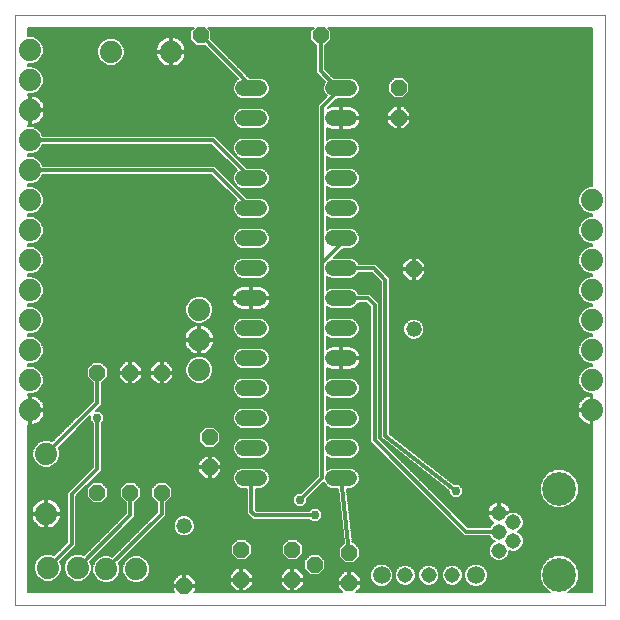
<source format=gbl>
G75*
%MOIN*%
%OFA0B0*%
%FSLAX25Y25*%
%IPPOS*%
%LPD*%
%AMOC8*
5,1,8,0,0,1.08239X$1,22.5*
%
%ADD10C,0.00000*%
%ADD11OC8,0.05200*%
%ADD12C,0.05200*%
%ADD13C,0.07400*%
%ADD14C,0.05200*%
%ADD15C,0.05150*%
%ADD16C,0.11220*%
%ADD17C,0.05937*%
%ADD18C,0.01200*%
%ADD19C,0.02978*%
%ADD20C,0.00600*%
D10*
X0011300Y0011300D02*
X0011300Y0208150D01*
X0208150Y0208150D01*
X0208150Y0011300D01*
X0011300Y0011300D01*
D11*
X0038800Y0048800D03*
X0049800Y0048800D03*
X0060300Y0048800D03*
X0076300Y0057300D03*
X0076300Y0067300D03*
X0060300Y0088800D03*
X0049800Y0088800D03*
X0038800Y0088800D03*
X0086800Y0029800D03*
X0086800Y0019800D03*
X0103800Y0019800D03*
X0111300Y0024800D03*
X0103800Y0029800D03*
X0122800Y0028800D03*
X0122800Y0018800D03*
X0067800Y0017800D03*
X0144300Y0123300D03*
X0139300Y0173800D03*
X0139300Y0183800D03*
X0113300Y0201300D03*
X0073300Y0201300D03*
D12*
X0144300Y0103300D03*
X0067800Y0037800D03*
D13*
X0051800Y0023300D03*
X0041800Y0023300D03*
X0032300Y0023800D03*
X0022300Y0023800D03*
X0021800Y0041800D03*
X0021800Y0061800D03*
X0016300Y0076300D03*
X0016300Y0086300D03*
X0016300Y0096300D03*
X0016300Y0106300D03*
X0016300Y0116300D03*
X0016300Y0126300D03*
X0016300Y0136300D03*
X0016300Y0146300D03*
X0016300Y0156300D03*
X0016300Y0166300D03*
X0016300Y0176300D03*
X0016300Y0186300D03*
X0016300Y0196300D03*
X0043300Y0195800D03*
X0063300Y0195800D03*
X0072800Y0109800D03*
X0072800Y0099800D03*
X0072800Y0089800D03*
X0203800Y0086300D03*
X0203800Y0076300D03*
X0203800Y0096300D03*
X0203800Y0106300D03*
X0203800Y0116300D03*
X0203800Y0126300D03*
X0203800Y0136300D03*
X0203800Y0146300D03*
D14*
X0122719Y0143662D02*
X0117519Y0143662D01*
X0117519Y0133662D02*
X0122719Y0133662D01*
X0122719Y0123662D02*
X0117519Y0123662D01*
X0117519Y0113662D02*
X0122719Y0113662D01*
X0122719Y0103662D02*
X0117519Y0103662D01*
X0117519Y0093662D02*
X0122719Y0093662D01*
X0122719Y0083662D02*
X0117519Y0083662D01*
X0117519Y0073662D02*
X0122719Y0073662D01*
X0122719Y0063662D02*
X0117519Y0063662D01*
X0117519Y0053662D02*
X0122719Y0053662D01*
X0092719Y0053662D02*
X0087519Y0053662D01*
X0087519Y0063662D02*
X0092719Y0063662D01*
X0092719Y0073662D02*
X0087519Y0073662D01*
X0087519Y0083662D02*
X0092719Y0083662D01*
X0092719Y0093662D02*
X0087519Y0093662D01*
X0087519Y0103662D02*
X0092719Y0103662D01*
X0092719Y0113662D02*
X0087519Y0113662D01*
X0087519Y0123662D02*
X0092719Y0123662D01*
X0092719Y0133662D02*
X0087519Y0133662D01*
X0087519Y0143662D02*
X0092719Y0143662D01*
X0092719Y0153662D02*
X0087519Y0153662D01*
X0087519Y0163662D02*
X0092719Y0163662D01*
X0092719Y0173662D02*
X0087519Y0173662D01*
X0087519Y0183662D02*
X0092719Y0183662D01*
X0117519Y0183662D02*
X0122719Y0183662D01*
X0122719Y0173662D02*
X0117519Y0173662D01*
X0117519Y0163662D02*
X0122719Y0163662D01*
X0122719Y0153662D02*
X0117519Y0153662D01*
D15*
X0172721Y0042099D03*
X0177446Y0038950D03*
X0172721Y0035800D03*
X0177446Y0032650D03*
X0172721Y0029501D03*
X0157174Y0021300D03*
X0149300Y0021300D03*
X0141426Y0021300D03*
D16*
X0192800Y0021430D03*
X0192800Y0050170D03*
D17*
X0165048Y0021300D03*
X0133552Y0021300D03*
D18*
X0122800Y0028800D02*
X0120119Y0053662D01*
X0113719Y0053719D02*
X0113719Y0125236D01*
X0113719Y0177262D01*
X0119528Y0183072D01*
X0113300Y0189300D01*
X0113300Y0201300D01*
X0120119Y0183662D02*
X0119528Y0183072D01*
X0090119Y0183662D02*
X0090119Y0184481D01*
X0073300Y0201300D01*
X0077481Y0166300D02*
X0090119Y0153662D01*
X0090119Y0143662D02*
X0077481Y0156300D01*
X0016300Y0156300D01*
X0016300Y0166300D02*
X0077481Y0166300D01*
X0120119Y0133662D02*
X0120119Y0131636D01*
X0113719Y0125236D01*
X0120119Y0123662D02*
X0130938Y0123662D01*
X0134800Y0119800D01*
X0134800Y0067800D01*
X0158300Y0049300D01*
X0161800Y0035800D02*
X0131300Y0066300D01*
X0131300Y0111300D01*
X0128938Y0113662D01*
X0120119Y0113662D01*
X0113719Y0053719D02*
X0106300Y0046300D01*
X0111300Y0041300D02*
X0091300Y0041300D01*
X0090119Y0042481D01*
X0090119Y0053662D01*
X0060300Y0048800D02*
X0060300Y0041800D01*
X0041800Y0023300D01*
X0032300Y0023800D02*
X0049800Y0041300D01*
X0049800Y0048800D01*
X0038800Y0056800D02*
X0030300Y0048300D01*
X0030300Y0031800D01*
X0022300Y0023800D01*
X0038800Y0056800D02*
X0038800Y0073800D01*
X0038800Y0078800D02*
X0021800Y0061800D01*
X0038800Y0078800D02*
X0038800Y0088800D01*
X0161800Y0035800D02*
X0172721Y0035800D01*
D19*
X0158300Y0049300D03*
X0111300Y0041300D03*
X0106300Y0046300D03*
X0038800Y0073800D03*
D20*
X0040638Y0075341D02*
X0084426Y0075341D01*
X0084552Y0075645D02*
X0084019Y0074358D01*
X0084019Y0072966D01*
X0084552Y0071680D01*
X0085536Y0070695D01*
X0086823Y0070162D01*
X0093415Y0070162D01*
X0094701Y0070695D01*
X0095686Y0071680D01*
X0096219Y0072966D01*
X0096219Y0074358D01*
X0095686Y0075645D01*
X0094701Y0076629D01*
X0093415Y0077162D01*
X0086823Y0077162D01*
X0085536Y0076629D01*
X0084552Y0075645D01*
X0084846Y0075939D02*
X0040039Y0075939D01*
X0039790Y0076189D02*
X0038310Y0076189D01*
X0040300Y0078179D01*
X0040300Y0085350D01*
X0042300Y0087350D01*
X0042300Y0090250D01*
X0040250Y0092300D01*
X0037350Y0092300D01*
X0035300Y0090250D01*
X0035300Y0087350D01*
X0037300Y0085350D01*
X0037300Y0079421D01*
X0023821Y0065942D01*
X0022715Y0066400D01*
X0020885Y0066400D01*
X0019194Y0065700D01*
X0017900Y0064406D01*
X0017200Y0062715D01*
X0017200Y0060885D01*
X0017900Y0059194D01*
X0019194Y0057900D01*
X0020885Y0057200D01*
X0022715Y0057200D01*
X0024406Y0057900D01*
X0025700Y0059194D01*
X0026400Y0060885D01*
X0026400Y0062715D01*
X0025942Y0063821D01*
X0036411Y0074290D01*
X0036411Y0072810D01*
X0037300Y0071921D01*
X0037300Y0057421D01*
X0029679Y0049800D01*
X0028800Y0048921D01*
X0028800Y0032421D01*
X0024321Y0027942D01*
X0023215Y0028400D01*
X0021385Y0028400D01*
X0019694Y0027700D01*
X0018400Y0026406D01*
X0017700Y0024715D01*
X0017700Y0022885D01*
X0018400Y0021194D01*
X0019694Y0019900D01*
X0021385Y0019200D01*
X0023215Y0019200D01*
X0024906Y0019900D01*
X0026200Y0021194D01*
X0026900Y0022885D01*
X0026900Y0024715D01*
X0026442Y0025821D01*
X0031800Y0031179D01*
X0031800Y0047679D01*
X0040300Y0056179D01*
X0040300Y0071921D01*
X0041189Y0072810D01*
X0041189Y0074790D01*
X0039790Y0076189D01*
X0039258Y0077136D02*
X0086760Y0077136D01*
X0085445Y0076538D02*
X0038659Y0076538D01*
X0039856Y0077735D02*
X0112219Y0077735D01*
X0112219Y0078333D02*
X0040300Y0078333D01*
X0040300Y0078932D02*
X0112219Y0078932D01*
X0112219Y0079530D02*
X0040300Y0079530D01*
X0040300Y0080129D02*
X0112219Y0080129D01*
X0112219Y0080727D02*
X0094734Y0080727D01*
X0094701Y0080695D02*
X0095686Y0081680D01*
X0096219Y0082966D01*
X0096219Y0084358D01*
X0095686Y0085645D01*
X0094701Y0086629D01*
X0093415Y0087162D01*
X0086823Y0087162D01*
X0085536Y0086629D01*
X0084552Y0085645D01*
X0084019Y0084358D01*
X0084019Y0082966D01*
X0084552Y0081680D01*
X0085536Y0080695D01*
X0086823Y0080162D01*
X0093415Y0080162D01*
X0094701Y0080695D01*
X0095332Y0081326D02*
X0112219Y0081326D01*
X0112219Y0081924D02*
X0095787Y0081924D01*
X0096035Y0082523D02*
X0112219Y0082523D01*
X0112219Y0083121D02*
X0096219Y0083121D01*
X0096219Y0083720D02*
X0112219Y0083720D01*
X0112219Y0084318D02*
X0096219Y0084318D01*
X0095988Y0084917D02*
X0112219Y0084917D01*
X0112219Y0085515D02*
X0095740Y0085515D01*
X0095217Y0086114D02*
X0112219Y0086114D01*
X0112219Y0086712D02*
X0094501Y0086712D01*
X0093415Y0090162D02*
X0094701Y0090695D01*
X0095686Y0091680D01*
X0096219Y0092966D01*
X0096219Y0094358D01*
X0095686Y0095645D01*
X0094701Y0096629D01*
X0093415Y0097162D01*
X0086823Y0097162D01*
X0085536Y0096629D01*
X0084552Y0095645D01*
X0084019Y0094358D01*
X0084019Y0092966D01*
X0084552Y0091680D01*
X0085536Y0090695D01*
X0086823Y0090162D01*
X0093415Y0090162D01*
X0093756Y0090303D02*
X0112219Y0090303D01*
X0112219Y0089705D02*
X0077400Y0089705D01*
X0077400Y0090303D02*
X0086482Y0090303D01*
X0085329Y0090902D02*
X0077323Y0090902D01*
X0077400Y0090715D02*
X0076700Y0092406D01*
X0075406Y0093700D01*
X0073715Y0094400D01*
X0071885Y0094400D01*
X0070194Y0093700D01*
X0068900Y0092406D01*
X0068200Y0090715D01*
X0068200Y0088885D01*
X0068900Y0087194D01*
X0070194Y0085900D01*
X0071885Y0085200D01*
X0073715Y0085200D01*
X0075406Y0085900D01*
X0076700Y0087194D01*
X0077400Y0088885D01*
X0077400Y0090715D01*
X0077075Y0091501D02*
X0084731Y0091501D01*
X0084378Y0092099D02*
X0076827Y0092099D01*
X0076408Y0092698D02*
X0084130Y0092698D01*
X0084019Y0093296D02*
X0075809Y0093296D01*
X0074935Y0093895D02*
X0084019Y0093895D01*
X0084075Y0094493D02*
X0020531Y0094493D01*
X0020778Y0095092D02*
X0071111Y0095092D01*
X0070881Y0095166D02*
X0071629Y0094923D01*
X0072406Y0094800D01*
X0072500Y0094800D01*
X0072500Y0099500D01*
X0073100Y0099500D01*
X0073100Y0100100D01*
X0077800Y0100100D01*
X0077800Y0100194D01*
X0077677Y0100971D01*
X0077434Y0101719D01*
X0077076Y0102421D01*
X0076614Y0103057D01*
X0076057Y0103614D01*
X0075421Y0104076D01*
X0074719Y0104434D01*
X0073971Y0104677D01*
X0073194Y0104800D01*
X0073100Y0104800D01*
X0073100Y0100100D01*
X0072500Y0100100D01*
X0072500Y0104800D01*
X0072406Y0104800D01*
X0071629Y0104677D01*
X0070881Y0104434D01*
X0070179Y0104076D01*
X0069543Y0103614D01*
X0068986Y0103057D01*
X0068524Y0102421D01*
X0068166Y0101719D01*
X0067923Y0100971D01*
X0067800Y0100194D01*
X0067800Y0100100D01*
X0072500Y0100100D01*
X0072500Y0099500D01*
X0067800Y0099500D01*
X0067800Y0099406D01*
X0067923Y0098629D01*
X0068166Y0097881D01*
X0068524Y0097179D01*
X0068986Y0096543D01*
X0069543Y0095986D01*
X0070179Y0095524D01*
X0070881Y0095166D01*
X0069950Y0095690D02*
X0020900Y0095690D01*
X0020900Y0095385D02*
X0020900Y0097215D01*
X0020200Y0098906D01*
X0018906Y0100200D01*
X0017215Y0100900D01*
X0015600Y0100900D01*
X0015600Y0101700D01*
X0017215Y0101700D01*
X0018906Y0102400D01*
X0020200Y0103694D01*
X0020900Y0105385D01*
X0020900Y0107215D01*
X0020200Y0108906D01*
X0018906Y0110200D01*
X0017215Y0110900D01*
X0015600Y0110900D01*
X0015600Y0111700D01*
X0017215Y0111700D01*
X0018906Y0112400D01*
X0020200Y0113694D01*
X0020900Y0115385D01*
X0020900Y0117215D01*
X0020200Y0118906D01*
X0018906Y0120200D01*
X0017215Y0120900D01*
X0015600Y0120900D01*
X0015600Y0121700D01*
X0017215Y0121700D01*
X0018906Y0122400D01*
X0020200Y0123694D01*
X0020900Y0125385D01*
X0020900Y0127215D01*
X0020200Y0128906D01*
X0018906Y0130200D01*
X0017215Y0130900D01*
X0015600Y0130900D01*
X0015600Y0131700D01*
X0017215Y0131700D01*
X0018906Y0132400D01*
X0020200Y0133694D01*
X0020900Y0135385D01*
X0020900Y0137215D01*
X0020200Y0138906D01*
X0018906Y0140200D01*
X0017215Y0140900D01*
X0015600Y0140900D01*
X0015600Y0141700D01*
X0017215Y0141700D01*
X0018906Y0142400D01*
X0020200Y0143694D01*
X0020900Y0145385D01*
X0020900Y0147215D01*
X0020200Y0148906D01*
X0018906Y0150200D01*
X0017215Y0150900D01*
X0015600Y0150900D01*
X0015600Y0151700D01*
X0017215Y0151700D01*
X0018906Y0152400D01*
X0020200Y0153694D01*
X0020658Y0154800D01*
X0076860Y0154800D01*
X0085283Y0146376D01*
X0084552Y0145645D01*
X0084019Y0144358D01*
X0084019Y0142966D01*
X0084552Y0141680D01*
X0085536Y0140695D01*
X0086823Y0140162D01*
X0093415Y0140162D01*
X0094701Y0140695D01*
X0095686Y0141680D01*
X0096219Y0142966D01*
X0096219Y0144358D01*
X0095686Y0145645D01*
X0094701Y0146629D01*
X0093415Y0147162D01*
X0088740Y0147162D01*
X0078102Y0157800D01*
X0020658Y0157800D01*
X0020200Y0158906D01*
X0018906Y0160200D01*
X0017215Y0160900D01*
X0015600Y0160900D01*
X0015600Y0161700D01*
X0017215Y0161700D01*
X0018906Y0162400D01*
X0020200Y0163694D01*
X0020658Y0164800D01*
X0076860Y0164800D01*
X0085283Y0156376D01*
X0084552Y0155645D01*
X0084019Y0154358D01*
X0084019Y0152966D01*
X0084552Y0151680D01*
X0085536Y0150695D01*
X0086823Y0150162D01*
X0093415Y0150162D01*
X0094701Y0150695D01*
X0095686Y0151680D01*
X0096219Y0152966D01*
X0096219Y0154358D01*
X0095686Y0155645D01*
X0094701Y0156629D01*
X0093415Y0157162D01*
X0088740Y0157162D01*
X0078102Y0167800D01*
X0020658Y0167800D01*
X0020200Y0168906D01*
X0018906Y0170200D01*
X0017215Y0170900D01*
X0015600Y0170900D01*
X0015600Y0171349D01*
X0015906Y0171300D01*
X0016000Y0171300D01*
X0016000Y0176000D01*
X0016600Y0176000D01*
X0016600Y0176600D01*
X0016000Y0176600D01*
X0016000Y0181300D01*
X0015906Y0181300D01*
X0015600Y0181251D01*
X0015600Y0181700D01*
X0017215Y0181700D01*
X0018906Y0182400D01*
X0020200Y0183694D01*
X0020900Y0185385D01*
X0020900Y0187215D01*
X0020200Y0188906D01*
X0018906Y0190200D01*
X0017215Y0190900D01*
X0015600Y0190900D01*
X0015600Y0191700D01*
X0017215Y0191700D01*
X0018906Y0192400D01*
X0020200Y0193694D01*
X0020900Y0195385D01*
X0020900Y0197215D01*
X0020200Y0198906D01*
X0018906Y0200200D01*
X0017215Y0200900D01*
X0015600Y0200900D01*
X0015600Y0203850D01*
X0070901Y0203850D01*
X0069800Y0202750D01*
X0069800Y0199850D01*
X0071850Y0197800D01*
X0074679Y0197800D01*
X0085758Y0186721D01*
X0085536Y0186629D01*
X0084552Y0185645D01*
X0084019Y0184358D01*
X0084019Y0182966D01*
X0084552Y0181680D01*
X0085536Y0180695D01*
X0086823Y0180162D01*
X0093415Y0180162D01*
X0094701Y0180695D01*
X0095686Y0181680D01*
X0096219Y0182966D01*
X0096219Y0184358D01*
X0095686Y0185645D01*
X0094701Y0186629D01*
X0093415Y0187162D01*
X0089559Y0187162D01*
X0076800Y0199921D01*
X0076800Y0202750D01*
X0075699Y0203850D01*
X0110901Y0203850D01*
X0109800Y0202750D01*
X0109800Y0199850D01*
X0111800Y0197850D01*
X0111800Y0188679D01*
X0114693Y0185786D01*
X0114552Y0185645D01*
X0114019Y0184358D01*
X0114019Y0182966D01*
X0114552Y0181680D01*
X0115283Y0180948D01*
X0112219Y0177884D01*
X0112219Y0054340D01*
X0106568Y0048689D01*
X0105310Y0048689D01*
X0103911Y0047290D01*
X0103911Y0045310D01*
X0105310Y0043911D01*
X0107290Y0043911D01*
X0108689Y0045310D01*
X0108689Y0046568D01*
X0114332Y0052211D01*
X0114552Y0051680D01*
X0115536Y0050695D01*
X0116823Y0050162D01*
X0118988Y0050162D01*
X0120956Y0031906D01*
X0119300Y0030250D01*
X0119300Y0027350D01*
X0121350Y0025300D01*
X0124250Y0025300D01*
X0126300Y0027350D01*
X0126300Y0030250D01*
X0124250Y0032300D01*
X0123931Y0032300D01*
X0122005Y0050162D01*
X0123415Y0050162D01*
X0124701Y0050695D01*
X0125686Y0051680D01*
X0126219Y0052966D01*
X0126219Y0054358D01*
X0125686Y0055645D01*
X0124701Y0056629D01*
X0123415Y0057162D01*
X0116823Y0057162D01*
X0115536Y0056629D01*
X0115219Y0056312D01*
X0115219Y0061012D01*
X0115536Y0060695D01*
X0116823Y0060162D01*
X0123415Y0060162D01*
X0124701Y0060695D01*
X0125686Y0061680D01*
X0126219Y0062966D01*
X0126219Y0064358D01*
X0125686Y0065645D01*
X0124701Y0066629D01*
X0123415Y0067162D01*
X0116823Y0067162D01*
X0115536Y0066629D01*
X0115219Y0066312D01*
X0115219Y0071012D01*
X0115536Y0070695D01*
X0116823Y0070162D01*
X0123415Y0070162D01*
X0124701Y0070695D01*
X0125686Y0071680D01*
X0126219Y0072966D01*
X0126219Y0074358D01*
X0125686Y0075645D01*
X0124701Y0076629D01*
X0123415Y0077162D01*
X0116823Y0077162D01*
X0115536Y0076629D01*
X0115219Y0076312D01*
X0115219Y0081012D01*
X0115536Y0080695D01*
X0116823Y0080162D01*
X0123415Y0080162D01*
X0124701Y0080695D01*
X0125686Y0081680D01*
X0126219Y0082966D01*
X0126219Y0084358D01*
X0125686Y0085645D01*
X0124701Y0086629D01*
X0123415Y0087162D01*
X0116823Y0087162D01*
X0115536Y0086629D01*
X0115219Y0086312D01*
X0115219Y0090509D01*
X0115672Y0090206D01*
X0116381Y0089912D01*
X0117135Y0089762D01*
X0119819Y0089762D01*
X0119819Y0093362D01*
X0120419Y0093362D01*
X0120419Y0089762D01*
X0123103Y0089762D01*
X0123856Y0089912D01*
X0124566Y0090206D01*
X0125205Y0090633D01*
X0125748Y0091176D01*
X0126175Y0091815D01*
X0126469Y0092525D01*
X0126619Y0093278D01*
X0126619Y0093362D01*
X0120419Y0093362D01*
X0120419Y0093962D01*
X0126619Y0093962D01*
X0126619Y0094046D01*
X0126469Y0094800D01*
X0126175Y0095510D01*
X0125748Y0096148D01*
X0125205Y0096692D01*
X0124566Y0097118D01*
X0123856Y0097412D01*
X0123103Y0097562D01*
X0120419Y0097562D01*
X0120419Y0093962D01*
X0119819Y0093962D01*
X0119819Y0097562D01*
X0117135Y0097562D01*
X0116381Y0097412D01*
X0115672Y0097118D01*
X0115219Y0096816D01*
X0115219Y0101012D01*
X0115536Y0100695D01*
X0116823Y0100162D01*
X0123415Y0100162D01*
X0124701Y0100695D01*
X0125686Y0101680D01*
X0126219Y0102966D01*
X0126219Y0104358D01*
X0125686Y0105645D01*
X0124701Y0106629D01*
X0123415Y0107162D01*
X0116823Y0107162D01*
X0115536Y0106629D01*
X0115219Y0106312D01*
X0115219Y0111012D01*
X0115536Y0110695D01*
X0116823Y0110162D01*
X0123415Y0110162D01*
X0124701Y0110695D01*
X0125686Y0111680D01*
X0125886Y0112162D01*
X0128316Y0112162D01*
X0129800Y0110679D01*
X0129800Y0065679D01*
X0161179Y0034300D01*
X0169581Y0034300D01*
X0169775Y0033832D01*
X0170753Y0032854D01*
X0171245Y0032650D01*
X0170753Y0032447D01*
X0169775Y0031469D01*
X0169246Y0030192D01*
X0169246Y0028810D01*
X0169775Y0027532D01*
X0170753Y0026555D01*
X0172030Y0026026D01*
X0173412Y0026026D01*
X0174690Y0026555D01*
X0175667Y0027532D01*
X0176196Y0028810D01*
X0176196Y0029407D01*
X0176754Y0029176D01*
X0178137Y0029176D01*
X0179414Y0029705D01*
X0180391Y0030682D01*
X0180920Y0031959D01*
X0180920Y0033342D01*
X0180391Y0034619D01*
X0179414Y0035596D01*
X0178922Y0035800D01*
X0179414Y0036004D01*
X0180391Y0036981D01*
X0180920Y0038258D01*
X0180920Y0039641D01*
X0180391Y0040918D01*
X0179414Y0041895D01*
X0178137Y0042424D01*
X0176754Y0042424D01*
X0175477Y0041895D01*
X0175381Y0041799D01*
X0173021Y0041799D01*
X0173021Y0042399D01*
X0172421Y0042399D01*
X0172421Y0041799D01*
X0168846Y0041799D01*
X0168846Y0041718D01*
X0168995Y0040969D01*
X0169287Y0040264D01*
X0169712Y0039629D01*
X0170251Y0039089D01*
X0170761Y0038749D01*
X0170753Y0038746D01*
X0169775Y0037768D01*
X0169581Y0037300D01*
X0162421Y0037300D01*
X0132800Y0066921D01*
X0132800Y0111921D01*
X0130438Y0114284D01*
X0129559Y0115162D01*
X0125886Y0115162D01*
X0125686Y0115645D01*
X0124701Y0116629D01*
X0123415Y0117162D01*
X0116823Y0117162D01*
X0115536Y0116629D01*
X0115219Y0116312D01*
X0115219Y0121012D01*
X0115536Y0120695D01*
X0116823Y0120162D01*
X0123415Y0120162D01*
X0124701Y0120695D01*
X0125686Y0121680D01*
X0125886Y0122162D01*
X0130316Y0122162D01*
X0133300Y0119179D01*
X0133300Y0068320D01*
X0133237Y0068240D01*
X0133300Y0067711D01*
X0133300Y0067179D01*
X0133372Y0067107D01*
X0133384Y0067006D01*
X0133802Y0066676D01*
X0134179Y0066300D01*
X0134280Y0066300D01*
X0155911Y0049272D01*
X0155911Y0048310D01*
X0157310Y0046911D01*
X0159290Y0046911D01*
X0160689Y0048310D01*
X0160689Y0050290D01*
X0159290Y0051689D01*
X0157690Y0051689D01*
X0136300Y0068528D01*
X0136300Y0120421D01*
X0135421Y0121300D01*
X0132438Y0124284D01*
X0131559Y0125162D01*
X0125886Y0125162D01*
X0125686Y0125645D01*
X0124701Y0126629D01*
X0123415Y0127162D01*
X0117766Y0127162D01*
X0120766Y0130162D01*
X0123415Y0130162D01*
X0124701Y0130695D01*
X0125686Y0131680D01*
X0126219Y0132966D01*
X0126219Y0134358D01*
X0125686Y0135645D01*
X0124701Y0136629D01*
X0123415Y0137162D01*
X0116823Y0137162D01*
X0115536Y0136629D01*
X0115219Y0136312D01*
X0115219Y0141012D01*
X0115536Y0140695D01*
X0116823Y0140162D01*
X0123415Y0140162D01*
X0124701Y0140695D01*
X0125686Y0141680D01*
X0126219Y0142966D01*
X0126219Y0144358D01*
X0125686Y0145645D01*
X0124701Y0146629D01*
X0123415Y0147162D01*
X0116823Y0147162D01*
X0115536Y0146629D01*
X0115219Y0146312D01*
X0115219Y0151012D01*
X0115536Y0150695D01*
X0116823Y0150162D01*
X0123415Y0150162D01*
X0124701Y0150695D01*
X0125686Y0151680D01*
X0126219Y0152966D01*
X0126219Y0154358D01*
X0125686Y0155645D01*
X0124701Y0156629D01*
X0123415Y0157162D01*
X0116823Y0157162D01*
X0115536Y0156629D01*
X0115219Y0156312D01*
X0115219Y0161012D01*
X0115536Y0160695D01*
X0116823Y0160162D01*
X0123415Y0160162D01*
X0124701Y0160695D01*
X0125686Y0161680D01*
X0126219Y0162966D01*
X0126219Y0164358D01*
X0125686Y0165645D01*
X0124701Y0166629D01*
X0123415Y0167162D01*
X0116823Y0167162D01*
X0115536Y0166629D01*
X0115219Y0166312D01*
X0115219Y0170509D01*
X0115672Y0170206D01*
X0116381Y0169912D01*
X0117135Y0169762D01*
X0119819Y0169762D01*
X0119819Y0173362D01*
X0120419Y0173362D01*
X0120419Y0169762D01*
X0123103Y0169762D01*
X0123856Y0169912D01*
X0124566Y0170206D01*
X0125205Y0170633D01*
X0125748Y0171176D01*
X0126175Y0171815D01*
X0126469Y0172525D01*
X0126619Y0173278D01*
X0126619Y0173362D01*
X0120419Y0173362D01*
X0120419Y0173962D01*
X0126619Y0173962D01*
X0126619Y0174046D01*
X0126469Y0174800D01*
X0126175Y0175510D01*
X0125748Y0176148D01*
X0125205Y0176692D01*
X0124566Y0177118D01*
X0123856Y0177412D01*
X0123103Y0177562D01*
X0120419Y0177562D01*
X0120419Y0173962D01*
X0119819Y0173962D01*
X0119819Y0177562D01*
X0117135Y0177562D01*
X0116381Y0177412D01*
X0115714Y0177136D01*
X0118740Y0180162D01*
X0123415Y0180162D01*
X0124701Y0180695D01*
X0125686Y0181680D01*
X0126219Y0182966D01*
X0126219Y0184358D01*
X0125686Y0185645D01*
X0124701Y0186629D01*
X0123415Y0187162D01*
X0117559Y0187162D01*
X0114800Y0189921D01*
X0114800Y0197850D01*
X0116800Y0199850D01*
X0116800Y0202750D01*
X0115699Y0203850D01*
X0203850Y0203850D01*
X0203850Y0150900D01*
X0202885Y0150900D01*
X0201194Y0150200D01*
X0199900Y0148906D01*
X0199200Y0147215D01*
X0199200Y0145385D01*
X0199900Y0143694D01*
X0201194Y0142400D01*
X0202885Y0141700D01*
X0203850Y0141700D01*
X0203850Y0140900D01*
X0202885Y0140900D01*
X0201194Y0140200D01*
X0199900Y0138906D01*
X0199200Y0137215D01*
X0199200Y0135385D01*
X0199900Y0133694D01*
X0201194Y0132400D01*
X0202885Y0131700D01*
X0203850Y0131700D01*
X0203850Y0130900D01*
X0202885Y0130900D01*
X0201194Y0130200D01*
X0199900Y0128906D01*
X0199200Y0127215D01*
X0199200Y0125385D01*
X0199900Y0123694D01*
X0201194Y0122400D01*
X0202885Y0121700D01*
X0203850Y0121700D01*
X0203850Y0120900D01*
X0202885Y0120900D01*
X0201194Y0120200D01*
X0199900Y0118906D01*
X0199200Y0117215D01*
X0199200Y0115385D01*
X0199900Y0113694D01*
X0201194Y0112400D01*
X0202885Y0111700D01*
X0203850Y0111700D01*
X0203850Y0110900D01*
X0202885Y0110900D01*
X0201194Y0110200D01*
X0199900Y0108906D01*
X0199200Y0107215D01*
X0199200Y0105385D01*
X0199900Y0103694D01*
X0201194Y0102400D01*
X0202885Y0101700D01*
X0203850Y0101700D01*
X0203850Y0100900D01*
X0202885Y0100900D01*
X0201194Y0100200D01*
X0199900Y0098906D01*
X0199200Y0097215D01*
X0199200Y0095385D01*
X0199900Y0093694D01*
X0201194Y0092400D01*
X0202885Y0091700D01*
X0203850Y0091700D01*
X0203850Y0090900D01*
X0202885Y0090900D01*
X0201194Y0090200D01*
X0199900Y0088906D01*
X0199200Y0087215D01*
X0199200Y0085385D01*
X0199900Y0083694D01*
X0201194Y0082400D01*
X0202885Y0081700D01*
X0203850Y0081700D01*
X0203850Y0076600D01*
X0203500Y0076600D01*
X0203500Y0081300D01*
X0203406Y0081300D01*
X0202629Y0081177D01*
X0201881Y0080934D01*
X0201179Y0080576D01*
X0200543Y0080114D01*
X0199986Y0079557D01*
X0199524Y0078921D01*
X0199166Y0078219D01*
X0198923Y0077471D01*
X0198800Y0076694D01*
X0198800Y0076600D01*
X0203500Y0076600D01*
X0203500Y0076000D01*
X0203850Y0076000D01*
X0203850Y0015600D01*
X0195737Y0015600D01*
X0196488Y0015911D01*
X0198319Y0017742D01*
X0199310Y0020135D01*
X0199310Y0022725D01*
X0198319Y0025118D01*
X0196488Y0026949D01*
X0194095Y0027940D01*
X0191505Y0027940D01*
X0189112Y0026949D01*
X0187281Y0025118D01*
X0186290Y0022725D01*
X0186290Y0020135D01*
X0187281Y0017742D01*
X0189112Y0015911D01*
X0189863Y0015600D01*
X0125115Y0015600D01*
X0126700Y0017185D01*
X0126700Y0018500D01*
X0123100Y0018500D01*
X0123100Y0019100D01*
X0122500Y0019100D01*
X0122500Y0022700D01*
X0121185Y0022700D01*
X0118900Y0020415D01*
X0118900Y0019100D01*
X0122500Y0019100D01*
X0122500Y0018500D01*
X0118900Y0018500D01*
X0118900Y0017185D01*
X0120485Y0015600D01*
X0071115Y0015600D01*
X0071700Y0016185D01*
X0071700Y0017500D01*
X0068100Y0017500D01*
X0068100Y0018100D01*
X0067500Y0018100D01*
X0067500Y0021700D01*
X0066185Y0021700D01*
X0063900Y0019415D01*
X0063900Y0018100D01*
X0067500Y0018100D01*
X0067500Y0017500D01*
X0063900Y0017500D01*
X0063900Y0016185D01*
X0064485Y0015600D01*
X0015600Y0015600D01*
X0015600Y0071349D01*
X0015906Y0071300D01*
X0016000Y0071300D01*
X0016000Y0076000D01*
X0016600Y0076000D01*
X0016600Y0076600D01*
X0016000Y0076600D01*
X0016000Y0081300D01*
X0015906Y0081300D01*
X0015600Y0081251D01*
X0015600Y0081700D01*
X0017215Y0081700D01*
X0018906Y0082400D01*
X0020200Y0083694D01*
X0020900Y0085385D01*
X0020900Y0087215D01*
X0020200Y0088906D01*
X0018906Y0090200D01*
X0017215Y0090900D01*
X0015600Y0090900D01*
X0015600Y0091700D01*
X0017215Y0091700D01*
X0018906Y0092400D01*
X0020200Y0093694D01*
X0020900Y0095385D01*
X0020900Y0096289D02*
X0069240Y0096289D01*
X0068736Y0096887D02*
X0020900Y0096887D01*
X0020788Y0097486D02*
X0068368Y0097486D01*
X0068100Y0098084D02*
X0020540Y0098084D01*
X0020292Y0098683D02*
X0067915Y0098683D01*
X0067820Y0099281D02*
X0019824Y0099281D01*
X0019226Y0099880D02*
X0072500Y0099880D01*
X0072500Y0100478D02*
X0073100Y0100478D01*
X0073100Y0099880D02*
X0112219Y0099880D01*
X0112219Y0100478D02*
X0094178Y0100478D01*
X0094701Y0100695D02*
X0095686Y0101680D01*
X0096219Y0102966D01*
X0096219Y0104358D01*
X0095686Y0105645D01*
X0094701Y0106629D01*
X0093415Y0107162D01*
X0086823Y0107162D01*
X0085536Y0106629D01*
X0084552Y0105645D01*
X0084019Y0104358D01*
X0084019Y0102966D01*
X0084552Y0101680D01*
X0085536Y0100695D01*
X0086823Y0100162D01*
X0093415Y0100162D01*
X0094701Y0100695D01*
X0095083Y0101077D02*
X0112219Y0101077D01*
X0112219Y0101675D02*
X0095682Y0101675D01*
X0095932Y0102274D02*
X0112219Y0102274D01*
X0112219Y0102872D02*
X0096180Y0102872D01*
X0096219Y0103471D02*
X0112219Y0103471D01*
X0112219Y0104069D02*
X0096219Y0104069D01*
X0096091Y0104668D02*
X0112219Y0104668D01*
X0112219Y0105266D02*
X0095843Y0105266D01*
X0095466Y0105865D02*
X0112219Y0105865D01*
X0112219Y0106463D02*
X0094868Y0106463D01*
X0093657Y0107062D02*
X0112219Y0107062D01*
X0112219Y0107660D02*
X0076893Y0107660D01*
X0076700Y0107194D02*
X0077400Y0108885D01*
X0077400Y0110715D01*
X0076700Y0112406D01*
X0075406Y0113700D01*
X0073715Y0114400D01*
X0071885Y0114400D01*
X0070194Y0113700D01*
X0068900Y0112406D01*
X0068200Y0110715D01*
X0068200Y0108885D01*
X0068900Y0107194D01*
X0070194Y0105900D01*
X0071885Y0105200D01*
X0073715Y0105200D01*
X0075406Y0105900D01*
X0076700Y0107194D01*
X0076567Y0107062D02*
X0086580Y0107062D01*
X0085370Y0106463D02*
X0075969Y0106463D01*
X0075320Y0105865D02*
X0084772Y0105865D01*
X0084395Y0105266D02*
X0073875Y0105266D01*
X0073999Y0104668D02*
X0084147Y0104668D01*
X0084019Y0104069D02*
X0075430Y0104069D01*
X0076200Y0103471D02*
X0084019Y0103471D01*
X0084058Y0102872D02*
X0076748Y0102872D01*
X0077151Y0102274D02*
X0084306Y0102274D01*
X0084556Y0101675D02*
X0077448Y0101675D01*
X0077642Y0101077D02*
X0085155Y0101077D01*
X0086060Y0100478D02*
X0077755Y0100478D01*
X0077800Y0099500D02*
X0073100Y0099500D01*
X0073100Y0094800D01*
X0073194Y0094800D01*
X0073971Y0094923D01*
X0074719Y0095166D01*
X0075421Y0095524D01*
X0076057Y0095986D01*
X0076614Y0096543D01*
X0077076Y0097179D01*
X0077434Y0097881D01*
X0077677Y0098629D01*
X0077800Y0099406D01*
X0077800Y0099500D01*
X0077780Y0099281D02*
X0112219Y0099281D01*
X0112219Y0098683D02*
X0077685Y0098683D01*
X0077500Y0098084D02*
X0112219Y0098084D01*
X0112219Y0097486D02*
X0077232Y0097486D01*
X0076864Y0096887D02*
X0086159Y0096887D01*
X0085196Y0096289D02*
X0076360Y0096289D01*
X0075650Y0095690D02*
X0084597Y0095690D01*
X0084323Y0095092D02*
X0074489Y0095092D01*
X0073100Y0095092D02*
X0072500Y0095092D01*
X0072500Y0095690D02*
X0073100Y0095690D01*
X0073100Y0096289D02*
X0072500Y0096289D01*
X0072500Y0096887D02*
X0073100Y0096887D01*
X0073100Y0097486D02*
X0072500Y0097486D01*
X0072500Y0098084D02*
X0073100Y0098084D01*
X0073100Y0098683D02*
X0072500Y0098683D01*
X0072500Y0099281D02*
X0073100Y0099281D01*
X0073100Y0101077D02*
X0072500Y0101077D01*
X0072500Y0101675D02*
X0073100Y0101675D01*
X0073100Y0102274D02*
X0072500Y0102274D01*
X0072500Y0102872D02*
X0073100Y0102872D01*
X0073100Y0103471D02*
X0072500Y0103471D01*
X0072500Y0104069D02*
X0073100Y0104069D01*
X0073100Y0104668D02*
X0072500Y0104668D01*
X0071601Y0104668D02*
X0020603Y0104668D01*
X0020851Y0105266D02*
X0071725Y0105266D01*
X0070280Y0105865D02*
X0020900Y0105865D01*
X0020900Y0106463D02*
X0069631Y0106463D01*
X0069033Y0107062D02*
X0020900Y0107062D01*
X0020716Y0107660D02*
X0068707Y0107660D01*
X0068459Y0108259D02*
X0020468Y0108259D01*
X0020220Y0108857D02*
X0068211Y0108857D01*
X0068200Y0109456D02*
X0019650Y0109456D01*
X0019051Y0110054D02*
X0068200Y0110054D01*
X0068200Y0110653D02*
X0017812Y0110653D01*
X0017577Y0111850D02*
X0068670Y0111850D01*
X0068422Y0111251D02*
X0015600Y0111251D01*
X0018954Y0112448D02*
X0068943Y0112448D01*
X0069542Y0113047D02*
X0019552Y0113047D01*
X0020151Y0113645D02*
X0070140Y0113645D01*
X0071508Y0114244D02*
X0020427Y0114244D01*
X0020675Y0114842D02*
X0083786Y0114842D01*
X0083769Y0114800D02*
X0084063Y0115510D01*
X0084490Y0116148D01*
X0085033Y0116692D01*
X0085672Y0117118D01*
X0086381Y0117412D01*
X0087135Y0117562D01*
X0089819Y0117562D01*
X0089819Y0113962D01*
X0089819Y0113362D01*
X0090419Y0113362D01*
X0090419Y0109762D01*
X0093103Y0109762D01*
X0093856Y0109912D01*
X0094566Y0110206D01*
X0095205Y0110633D01*
X0095748Y0111176D01*
X0096175Y0111815D01*
X0096469Y0112525D01*
X0096619Y0113278D01*
X0096619Y0113362D01*
X0090419Y0113362D01*
X0090419Y0113962D01*
X0096619Y0113962D01*
X0096619Y0114046D01*
X0096469Y0114800D01*
X0096175Y0115510D01*
X0095748Y0116148D01*
X0095205Y0116692D01*
X0094566Y0117118D01*
X0093856Y0117412D01*
X0093103Y0117562D01*
X0090419Y0117562D01*
X0090419Y0113962D01*
X0089819Y0113962D01*
X0083619Y0113962D01*
X0083619Y0114046D01*
X0083769Y0114800D01*
X0083658Y0114244D02*
X0074092Y0114244D01*
X0075460Y0113645D02*
X0089819Y0113645D01*
X0089819Y0113362D02*
X0083619Y0113362D01*
X0083619Y0113278D01*
X0083769Y0112525D01*
X0084063Y0111815D01*
X0084490Y0111176D01*
X0085033Y0110633D01*
X0085672Y0110206D01*
X0086381Y0109912D01*
X0087135Y0109762D01*
X0089819Y0109762D01*
X0089819Y0113362D01*
X0089819Y0113047D02*
X0090419Y0113047D01*
X0090419Y0113645D02*
X0112219Y0113645D01*
X0112219Y0113047D02*
X0096573Y0113047D01*
X0096437Y0112448D02*
X0112219Y0112448D01*
X0112219Y0111850D02*
X0096190Y0111850D01*
X0095799Y0111251D02*
X0112219Y0111251D01*
X0112219Y0110653D02*
X0095225Y0110653D01*
X0094200Y0110054D02*
X0112219Y0110054D01*
X0112219Y0109456D02*
X0077400Y0109456D01*
X0077400Y0110054D02*
X0086038Y0110054D01*
X0085013Y0110653D02*
X0077400Y0110653D01*
X0077178Y0111251D02*
X0084439Y0111251D01*
X0084048Y0111850D02*
X0076930Y0111850D01*
X0076657Y0112448D02*
X0083800Y0112448D01*
X0083665Y0113047D02*
X0076058Y0113047D01*
X0077389Y0108857D02*
X0112219Y0108857D01*
X0112219Y0108259D02*
X0077141Y0108259D01*
X0070170Y0104069D02*
X0020355Y0104069D01*
X0019976Y0103471D02*
X0069400Y0103471D01*
X0068852Y0102872D02*
X0019378Y0102872D01*
X0018600Y0102274D02*
X0068449Y0102274D01*
X0068152Y0101675D02*
X0015600Y0101675D01*
X0015600Y0101077D02*
X0067958Y0101077D01*
X0067845Y0100478D02*
X0018233Y0100478D01*
X0020283Y0093895D02*
X0070665Y0093895D01*
X0069791Y0093296D02*
X0019801Y0093296D01*
X0019203Y0092698D02*
X0048182Y0092698D01*
X0048185Y0092700D02*
X0045900Y0090415D01*
X0045900Y0089100D01*
X0049500Y0089100D01*
X0049500Y0092700D01*
X0048185Y0092700D01*
X0047584Y0092099D02*
X0040451Y0092099D01*
X0041049Y0091501D02*
X0046985Y0091501D01*
X0046387Y0090902D02*
X0041648Y0090902D01*
X0042246Y0090303D02*
X0045900Y0090303D01*
X0045900Y0089705D02*
X0042300Y0089705D01*
X0042300Y0089106D02*
X0045900Y0089106D01*
X0045900Y0088500D02*
X0045900Y0087185D01*
X0048185Y0084900D01*
X0049500Y0084900D01*
X0049500Y0088500D01*
X0045900Y0088500D01*
X0045900Y0087909D02*
X0042300Y0087909D01*
X0042300Y0088508D02*
X0049500Y0088508D01*
X0049500Y0088500D02*
X0049500Y0089100D01*
X0050100Y0089100D01*
X0050100Y0092700D01*
X0051415Y0092700D01*
X0053700Y0090415D01*
X0053700Y0089100D01*
X0050100Y0089100D01*
X0050100Y0088500D01*
X0053700Y0088500D01*
X0053700Y0087185D01*
X0051415Y0084900D01*
X0050100Y0084900D01*
X0050100Y0088500D01*
X0049500Y0088500D01*
X0049500Y0087909D02*
X0050100Y0087909D01*
X0050100Y0087311D02*
X0049500Y0087311D01*
X0049500Y0086712D02*
X0050100Y0086712D01*
X0050100Y0086114D02*
X0049500Y0086114D01*
X0049500Y0085515D02*
X0050100Y0085515D01*
X0050100Y0084917D02*
X0049500Y0084917D01*
X0048168Y0084917D02*
X0040300Y0084917D01*
X0040300Y0084318D02*
X0084019Y0084318D01*
X0084019Y0083720D02*
X0040300Y0083720D01*
X0040300Y0083121D02*
X0084019Y0083121D01*
X0084202Y0082523D02*
X0040300Y0082523D01*
X0040300Y0081924D02*
X0084450Y0081924D01*
X0084906Y0081326D02*
X0040300Y0081326D01*
X0040300Y0080727D02*
X0085504Y0080727D01*
X0084250Y0084917D02*
X0061932Y0084917D01*
X0061915Y0084900D02*
X0064200Y0087185D01*
X0064200Y0088500D01*
X0060600Y0088500D01*
X0060600Y0089100D01*
X0060000Y0089100D01*
X0060000Y0092700D01*
X0058685Y0092700D01*
X0056400Y0090415D01*
X0056400Y0089100D01*
X0060000Y0089100D01*
X0060000Y0088500D01*
X0056400Y0088500D01*
X0056400Y0087185D01*
X0058685Y0084900D01*
X0060000Y0084900D01*
X0060000Y0088500D01*
X0060600Y0088500D01*
X0060600Y0084900D01*
X0061915Y0084900D01*
X0062531Y0085515D02*
X0071124Y0085515D01*
X0069981Y0086114D02*
X0063129Y0086114D01*
X0063728Y0086712D02*
X0069382Y0086712D01*
X0068852Y0087311D02*
X0064200Y0087311D01*
X0064200Y0087909D02*
X0068604Y0087909D01*
X0068356Y0088508D02*
X0060600Y0088508D01*
X0060600Y0089100D02*
X0064200Y0089100D01*
X0064200Y0090415D01*
X0061915Y0092700D01*
X0060600Y0092700D01*
X0060600Y0089100D01*
X0060600Y0089106D02*
X0060000Y0089106D01*
X0060000Y0088508D02*
X0050100Y0088508D01*
X0050100Y0089106D02*
X0049500Y0089106D01*
X0049500Y0089705D02*
X0050100Y0089705D01*
X0050100Y0090303D02*
X0049500Y0090303D01*
X0049500Y0090902D02*
X0050100Y0090902D01*
X0050100Y0091501D02*
X0049500Y0091501D01*
X0049500Y0092099D02*
X0050100Y0092099D01*
X0050100Y0092698D02*
X0049500Y0092698D01*
X0051418Y0092698D02*
X0058682Y0092698D01*
X0058084Y0092099D02*
X0052016Y0092099D01*
X0052615Y0091501D02*
X0057485Y0091501D01*
X0056887Y0090902D02*
X0053213Y0090902D01*
X0053700Y0090303D02*
X0056400Y0090303D01*
X0056400Y0089705D02*
X0053700Y0089705D01*
X0053700Y0089106D02*
X0056400Y0089106D01*
X0056400Y0087909D02*
X0053700Y0087909D01*
X0053700Y0087311D02*
X0056400Y0087311D01*
X0056872Y0086712D02*
X0053228Y0086712D01*
X0052629Y0086114D02*
X0057471Y0086114D01*
X0058069Y0085515D02*
X0052031Y0085515D01*
X0051432Y0084917D02*
X0058668Y0084917D01*
X0060000Y0084917D02*
X0060600Y0084917D01*
X0060600Y0085515D02*
X0060000Y0085515D01*
X0060000Y0086114D02*
X0060600Y0086114D01*
X0060600Y0086712D02*
X0060000Y0086712D01*
X0060000Y0087311D02*
X0060600Y0087311D01*
X0060600Y0087909D02*
X0060000Y0087909D01*
X0060000Y0089705D02*
X0060600Y0089705D01*
X0060600Y0090303D02*
X0060000Y0090303D01*
X0060000Y0090902D02*
X0060600Y0090902D01*
X0060600Y0091501D02*
X0060000Y0091501D01*
X0060000Y0092099D02*
X0060600Y0092099D01*
X0060600Y0092698D02*
X0060000Y0092698D01*
X0061918Y0092698D02*
X0069192Y0092698D01*
X0068773Y0092099D02*
X0062516Y0092099D01*
X0063115Y0091501D02*
X0068525Y0091501D01*
X0068277Y0090902D02*
X0063713Y0090902D01*
X0064200Y0090303D02*
X0068200Y0090303D01*
X0068200Y0089705D02*
X0064200Y0089705D01*
X0064200Y0089106D02*
X0068200Y0089106D01*
X0074476Y0085515D02*
X0084498Y0085515D01*
X0085021Y0086114D02*
X0075619Y0086114D01*
X0076218Y0086712D02*
X0085737Y0086712D01*
X0077400Y0089106D02*
X0112219Y0089106D01*
X0112219Y0088508D02*
X0077244Y0088508D01*
X0076996Y0087909D02*
X0112219Y0087909D01*
X0112219Y0087311D02*
X0076748Y0087311D01*
X0084178Y0074742D02*
X0041189Y0074742D01*
X0041189Y0074144D02*
X0084019Y0074144D01*
X0084019Y0073545D02*
X0041189Y0073545D01*
X0041189Y0072947D02*
X0084027Y0072947D01*
X0084275Y0072348D02*
X0040727Y0072348D01*
X0040300Y0071750D02*
X0084523Y0071750D01*
X0085080Y0071151D02*
X0040300Y0071151D01*
X0040300Y0070553D02*
X0074603Y0070553D01*
X0074850Y0070800D02*
X0072800Y0068750D01*
X0072800Y0065850D01*
X0074850Y0063800D01*
X0077750Y0063800D01*
X0079800Y0065850D01*
X0079800Y0068750D01*
X0077750Y0070800D01*
X0074850Y0070800D01*
X0074004Y0069954D02*
X0040300Y0069954D01*
X0040300Y0069356D02*
X0073406Y0069356D01*
X0072807Y0068757D02*
X0040300Y0068757D01*
X0040300Y0068159D02*
X0072800Y0068159D01*
X0072800Y0067560D02*
X0040300Y0067560D01*
X0040300Y0066962D02*
X0072800Y0066962D01*
X0072800Y0066363D02*
X0040300Y0066363D01*
X0040300Y0065765D02*
X0072886Y0065765D01*
X0073484Y0065166D02*
X0040300Y0065166D01*
X0040300Y0064568D02*
X0074083Y0064568D01*
X0074681Y0063969D02*
X0040300Y0063969D01*
X0040300Y0063370D02*
X0084019Y0063370D01*
X0084019Y0062966D02*
X0084552Y0061680D01*
X0085536Y0060695D01*
X0086823Y0060162D01*
X0093415Y0060162D01*
X0094701Y0060695D01*
X0095686Y0061680D01*
X0096219Y0062966D01*
X0096219Y0064358D01*
X0095686Y0065645D01*
X0094701Y0066629D01*
X0093415Y0067162D01*
X0086823Y0067162D01*
X0085536Y0066629D01*
X0084552Y0065645D01*
X0084019Y0064358D01*
X0084019Y0062966D01*
X0084099Y0062772D02*
X0040300Y0062772D01*
X0040300Y0062173D02*
X0084347Y0062173D01*
X0084656Y0061575D02*
X0040300Y0061575D01*
X0040300Y0060976D02*
X0074461Y0060976D01*
X0074685Y0061200D02*
X0072400Y0058915D01*
X0072400Y0057600D01*
X0076000Y0057600D01*
X0076000Y0061200D01*
X0074685Y0061200D01*
X0073863Y0060378D02*
X0040300Y0060378D01*
X0040300Y0059779D02*
X0073264Y0059779D01*
X0072665Y0059181D02*
X0040300Y0059181D01*
X0040300Y0058582D02*
X0072400Y0058582D01*
X0072400Y0057984D02*
X0040300Y0057984D01*
X0040300Y0057385D02*
X0076000Y0057385D01*
X0076000Y0057600D02*
X0076000Y0057000D01*
X0072400Y0057000D01*
X0072400Y0055685D01*
X0074685Y0053400D01*
X0076000Y0053400D01*
X0076000Y0057000D01*
X0076600Y0057000D01*
X0076600Y0057600D01*
X0076000Y0057600D01*
X0076000Y0057984D02*
X0076600Y0057984D01*
X0076600Y0057600D02*
X0076600Y0061200D01*
X0077915Y0061200D01*
X0080200Y0058915D01*
X0080200Y0057600D01*
X0076600Y0057600D01*
X0076600Y0057385D02*
X0112219Y0057385D01*
X0112219Y0056787D02*
X0094321Y0056787D01*
X0094701Y0056629D02*
X0093415Y0057162D01*
X0086823Y0057162D01*
X0085536Y0056629D01*
X0084552Y0055645D01*
X0084019Y0054358D01*
X0084019Y0052966D01*
X0084552Y0051680D01*
X0085536Y0050695D01*
X0086823Y0050162D01*
X0088619Y0050162D01*
X0088619Y0041860D01*
X0089800Y0040679D01*
X0090679Y0039800D01*
X0109421Y0039800D01*
X0110310Y0038911D01*
X0112290Y0038911D01*
X0113689Y0040310D01*
X0113689Y0042290D01*
X0112290Y0043689D01*
X0110310Y0043689D01*
X0109421Y0042800D01*
X0091921Y0042800D01*
X0091619Y0043102D01*
X0091619Y0050162D01*
X0093415Y0050162D01*
X0094701Y0050695D01*
X0095686Y0051680D01*
X0096219Y0052966D01*
X0096219Y0054358D01*
X0095686Y0055645D01*
X0094701Y0056629D01*
X0095142Y0056188D02*
X0112219Y0056188D01*
X0112219Y0055590D02*
X0095709Y0055590D01*
X0095957Y0054991D02*
X0112219Y0054991D01*
X0112219Y0054393D02*
X0096205Y0054393D01*
X0096219Y0053794D02*
X0111673Y0053794D01*
X0111074Y0053196D02*
X0096219Y0053196D01*
X0096066Y0052597D02*
X0110476Y0052597D01*
X0109877Y0051999D02*
X0095818Y0051999D01*
X0095407Y0051400D02*
X0109279Y0051400D01*
X0108680Y0050802D02*
X0094808Y0050802D01*
X0093514Y0050203D02*
X0108082Y0050203D01*
X0107483Y0049605D02*
X0091619Y0049605D01*
X0091619Y0049006D02*
X0106885Y0049006D01*
X0105029Y0048408D02*
X0091619Y0048408D01*
X0091619Y0047809D02*
X0104431Y0047809D01*
X0103911Y0047211D02*
X0091619Y0047211D01*
X0091619Y0046612D02*
X0103911Y0046612D01*
X0103911Y0046014D02*
X0091619Y0046014D01*
X0091619Y0045415D02*
X0103911Y0045415D01*
X0104405Y0044817D02*
X0091619Y0044817D01*
X0091619Y0044218D02*
X0105003Y0044218D01*
X0107597Y0044218D02*
X0119629Y0044218D01*
X0119693Y0043620D02*
X0112359Y0043620D01*
X0112957Y0043021D02*
X0119758Y0043021D01*
X0119822Y0042423D02*
X0113556Y0042423D01*
X0113689Y0041824D02*
X0119887Y0041824D01*
X0119951Y0041226D02*
X0113689Y0041226D01*
X0113689Y0040627D02*
X0120016Y0040627D01*
X0120080Y0040029D02*
X0113407Y0040029D01*
X0112809Y0039430D02*
X0120145Y0039430D01*
X0120210Y0038832D02*
X0071161Y0038832D01*
X0071300Y0038496D02*
X0070767Y0039783D01*
X0069783Y0040767D01*
X0068496Y0041300D01*
X0067104Y0041300D01*
X0065817Y0040767D01*
X0064833Y0039783D01*
X0064300Y0038496D01*
X0064300Y0037104D01*
X0064833Y0035817D01*
X0065817Y0034833D01*
X0067104Y0034300D01*
X0068496Y0034300D01*
X0069783Y0034833D01*
X0070767Y0035817D01*
X0071300Y0037104D01*
X0071300Y0038496D01*
X0071300Y0038233D02*
X0120274Y0038233D01*
X0120339Y0037634D02*
X0071300Y0037634D01*
X0071272Y0037036D02*
X0120403Y0037036D01*
X0120468Y0036437D02*
X0071024Y0036437D01*
X0070776Y0035839D02*
X0120532Y0035839D01*
X0120597Y0035240D02*
X0070190Y0035240D01*
X0069322Y0034642D02*
X0120661Y0034642D01*
X0120726Y0034043D02*
X0054665Y0034043D01*
X0054066Y0033445D02*
X0120790Y0033445D01*
X0120855Y0032846D02*
X0105703Y0032846D01*
X0105250Y0033300D02*
X0102350Y0033300D01*
X0100300Y0031250D01*
X0100300Y0028350D01*
X0102350Y0026300D01*
X0105250Y0026300D01*
X0107300Y0028350D01*
X0107300Y0031250D01*
X0105250Y0033300D01*
X0106302Y0032248D02*
X0120919Y0032248D01*
X0120700Y0031649D02*
X0106900Y0031649D01*
X0107300Y0031051D02*
X0120101Y0031051D01*
X0119503Y0030452D02*
X0107300Y0030452D01*
X0107300Y0029854D02*
X0119300Y0029854D01*
X0119300Y0029255D02*
X0107300Y0029255D01*
X0107300Y0028657D02*
X0119300Y0028657D01*
X0119300Y0028058D02*
X0112991Y0028058D01*
X0112750Y0028300D02*
X0109850Y0028300D01*
X0107800Y0026250D01*
X0107800Y0023350D01*
X0109850Y0021300D01*
X0112750Y0021300D01*
X0114800Y0023350D01*
X0114800Y0026250D01*
X0112750Y0028300D01*
X0113590Y0027460D02*
X0119300Y0027460D01*
X0119789Y0026861D02*
X0114188Y0026861D01*
X0114787Y0026263D02*
X0120387Y0026263D01*
X0120986Y0025664D02*
X0114800Y0025664D01*
X0114800Y0025066D02*
X0132534Y0025066D01*
X0132782Y0025168D02*
X0131361Y0024580D01*
X0130272Y0023491D01*
X0129683Y0022069D01*
X0129683Y0020530D01*
X0130272Y0019109D01*
X0131361Y0018020D01*
X0132782Y0017431D01*
X0134321Y0017431D01*
X0135743Y0018020D01*
X0136832Y0019109D01*
X0137420Y0020530D01*
X0137420Y0022069D01*
X0136832Y0023491D01*
X0135743Y0024580D01*
X0134321Y0025168D01*
X0132782Y0025168D01*
X0131248Y0024467D02*
X0114800Y0024467D01*
X0114800Y0023869D02*
X0130650Y0023869D01*
X0130181Y0023270D02*
X0114720Y0023270D01*
X0114121Y0022672D02*
X0121156Y0022672D01*
X0120558Y0022073D02*
X0113523Y0022073D01*
X0112924Y0021475D02*
X0119959Y0021475D01*
X0119361Y0020876D02*
X0107700Y0020876D01*
X0107700Y0021415D02*
X0107700Y0020100D01*
X0104100Y0020100D01*
X0103500Y0020100D01*
X0103500Y0023700D01*
X0102185Y0023700D01*
X0099900Y0021415D01*
X0099900Y0020100D01*
X0103500Y0020100D01*
X0103500Y0019500D01*
X0099900Y0019500D01*
X0099900Y0018185D01*
X0102185Y0015900D01*
X0103500Y0015900D01*
X0103500Y0019500D01*
X0104100Y0019500D01*
X0104100Y0020100D01*
X0104100Y0023700D01*
X0105415Y0023700D01*
X0107700Y0021415D01*
X0107641Y0021475D02*
X0109676Y0021475D01*
X0109077Y0022073D02*
X0107042Y0022073D01*
X0106444Y0022672D02*
X0108479Y0022672D01*
X0107880Y0023270D02*
X0105845Y0023270D01*
X0104100Y0023270D02*
X0103500Y0023270D01*
X0103500Y0022672D02*
X0104100Y0022672D01*
X0104100Y0022073D02*
X0103500Y0022073D01*
X0103500Y0021475D02*
X0104100Y0021475D01*
X0104100Y0020876D02*
X0103500Y0020876D01*
X0103500Y0020278D02*
X0104100Y0020278D01*
X0104100Y0019679D02*
X0118900Y0019679D01*
X0118900Y0020278D02*
X0107700Y0020278D01*
X0107700Y0019500D02*
X0104100Y0019500D01*
X0104100Y0015900D01*
X0105415Y0015900D01*
X0107700Y0018185D01*
X0107700Y0019500D01*
X0107700Y0019081D02*
X0122500Y0019081D01*
X0122500Y0019679D02*
X0123100Y0019679D01*
X0123100Y0019100D02*
X0123100Y0022700D01*
X0124415Y0022700D01*
X0126700Y0020415D01*
X0126700Y0019100D01*
X0123100Y0019100D01*
X0123100Y0019081D02*
X0130300Y0019081D01*
X0130036Y0019679D02*
X0126700Y0019679D01*
X0126700Y0020278D02*
X0129788Y0020278D01*
X0129683Y0020876D02*
X0126239Y0020876D01*
X0125641Y0021475D02*
X0129683Y0021475D01*
X0129685Y0022073D02*
X0125042Y0022073D01*
X0124444Y0022672D02*
X0129933Y0022672D01*
X0130899Y0018482D02*
X0126700Y0018482D01*
X0126700Y0017884D02*
X0131691Y0017884D01*
X0135413Y0017884D02*
X0140594Y0017884D01*
X0140735Y0017825D02*
X0142117Y0017825D01*
X0143394Y0018354D01*
X0144372Y0019332D01*
X0144901Y0020609D01*
X0144901Y0021991D01*
X0144372Y0023268D01*
X0143394Y0024246D01*
X0142117Y0024775D01*
X0140735Y0024775D01*
X0139458Y0024246D01*
X0138480Y0023268D01*
X0137951Y0021991D01*
X0137951Y0020609D01*
X0138480Y0019332D01*
X0139458Y0018354D01*
X0140735Y0017825D01*
X0142258Y0017884D02*
X0148468Y0017884D01*
X0148609Y0017825D02*
X0149991Y0017825D01*
X0151268Y0018354D01*
X0152246Y0019332D01*
X0152775Y0020609D01*
X0152775Y0021991D01*
X0152246Y0023268D01*
X0151268Y0024246D01*
X0149991Y0024775D01*
X0148609Y0024775D01*
X0147332Y0024246D01*
X0146354Y0023268D01*
X0145825Y0021991D01*
X0145825Y0020609D01*
X0146354Y0019332D01*
X0147332Y0018354D01*
X0148609Y0017825D01*
X0150132Y0017884D02*
X0156342Y0017884D01*
X0156483Y0017825D02*
X0157865Y0017825D01*
X0159142Y0018354D01*
X0160120Y0019332D01*
X0160649Y0020609D01*
X0160649Y0021991D01*
X0160120Y0023268D01*
X0159142Y0024246D01*
X0157865Y0024775D01*
X0156483Y0024775D01*
X0155206Y0024246D01*
X0154228Y0023268D01*
X0153699Y0021991D01*
X0153699Y0020609D01*
X0154228Y0019332D01*
X0155206Y0018354D01*
X0156483Y0017825D01*
X0158006Y0017884D02*
X0163187Y0017884D01*
X0162857Y0018020D02*
X0164279Y0017431D01*
X0165818Y0017431D01*
X0167239Y0018020D01*
X0168328Y0019109D01*
X0168917Y0020530D01*
X0168917Y0022069D01*
X0168328Y0023491D01*
X0167239Y0024580D01*
X0165818Y0025168D01*
X0164279Y0025168D01*
X0162857Y0024580D01*
X0161768Y0023491D01*
X0161180Y0022069D01*
X0161180Y0020530D01*
X0161768Y0019109D01*
X0162857Y0018020D01*
X0162395Y0018482D02*
X0159270Y0018482D01*
X0159869Y0019081D02*
X0161796Y0019081D01*
X0161532Y0019679D02*
X0160264Y0019679D01*
X0160512Y0020278D02*
X0161284Y0020278D01*
X0161180Y0020876D02*
X0160649Y0020876D01*
X0160649Y0021475D02*
X0161180Y0021475D01*
X0161181Y0022073D02*
X0160615Y0022073D01*
X0160367Y0022672D02*
X0161429Y0022672D01*
X0161677Y0023270D02*
X0160118Y0023270D01*
X0159519Y0023869D02*
X0162146Y0023869D01*
X0162744Y0024467D02*
X0158608Y0024467D01*
X0155740Y0024467D02*
X0150734Y0024467D01*
X0151645Y0023869D02*
X0154829Y0023869D01*
X0154230Y0023270D02*
X0152244Y0023270D01*
X0152493Y0022672D02*
X0153981Y0022672D01*
X0153733Y0022073D02*
X0152741Y0022073D01*
X0152775Y0021475D02*
X0153699Y0021475D01*
X0153699Y0020876D02*
X0152775Y0020876D01*
X0152638Y0020278D02*
X0153836Y0020278D01*
X0154084Y0019679D02*
X0152390Y0019679D01*
X0151995Y0019081D02*
X0154479Y0019081D01*
X0155078Y0018482D02*
X0151396Y0018482D01*
X0147204Y0018482D02*
X0143522Y0018482D01*
X0144121Y0019081D02*
X0146605Y0019081D01*
X0146210Y0019679D02*
X0144516Y0019679D01*
X0144764Y0020278D02*
X0145962Y0020278D01*
X0145825Y0020876D02*
X0144901Y0020876D01*
X0144901Y0021475D02*
X0145825Y0021475D01*
X0145859Y0022073D02*
X0144867Y0022073D01*
X0144619Y0022672D02*
X0146107Y0022672D01*
X0146356Y0023270D02*
X0144370Y0023270D01*
X0143771Y0023869D02*
X0146955Y0023869D01*
X0147866Y0024467D02*
X0142860Y0024467D01*
X0139992Y0024467D02*
X0135856Y0024467D01*
X0136454Y0023869D02*
X0139081Y0023869D01*
X0138482Y0023270D02*
X0136923Y0023270D01*
X0137171Y0022672D02*
X0138233Y0022672D01*
X0137985Y0022073D02*
X0137419Y0022073D01*
X0137420Y0021475D02*
X0137951Y0021475D01*
X0137951Y0020876D02*
X0137420Y0020876D01*
X0137316Y0020278D02*
X0138088Y0020278D01*
X0138336Y0019679D02*
X0137068Y0019679D01*
X0136804Y0019081D02*
X0138731Y0019081D01*
X0139330Y0018482D02*
X0136205Y0018482D01*
X0134569Y0025066D02*
X0164031Y0025066D01*
X0166066Y0025066D02*
X0187259Y0025066D01*
X0187011Y0024467D02*
X0167352Y0024467D01*
X0167950Y0023869D02*
X0186764Y0023869D01*
X0186516Y0023270D02*
X0168419Y0023270D01*
X0168667Y0022672D02*
X0186290Y0022672D01*
X0186290Y0022073D02*
X0168915Y0022073D01*
X0168917Y0021475D02*
X0186290Y0021475D01*
X0186290Y0020876D02*
X0168917Y0020876D01*
X0168812Y0020278D02*
X0186290Y0020278D01*
X0186479Y0019679D02*
X0168564Y0019679D01*
X0168300Y0019081D02*
X0186726Y0019081D01*
X0186974Y0018482D02*
X0167701Y0018482D01*
X0166909Y0017884D02*
X0187222Y0017884D01*
X0187738Y0017285D02*
X0126700Y0017285D01*
X0126202Y0016687D02*
X0188336Y0016687D01*
X0188935Y0016088D02*
X0125603Y0016088D01*
X0123100Y0020278D02*
X0122500Y0020278D01*
X0122500Y0020876D02*
X0123100Y0020876D01*
X0123100Y0021475D02*
X0122500Y0021475D01*
X0122500Y0022073D02*
X0123100Y0022073D01*
X0123100Y0022672D02*
X0122500Y0022672D01*
X0124614Y0025664D02*
X0187827Y0025664D01*
X0188426Y0026263D02*
X0173984Y0026263D01*
X0174996Y0026861D02*
X0189025Y0026861D01*
X0190345Y0027460D02*
X0175594Y0027460D01*
X0175885Y0028058D02*
X0203850Y0028058D01*
X0203850Y0027460D02*
X0195255Y0027460D01*
X0196575Y0026861D02*
X0203850Y0026861D01*
X0203850Y0026263D02*
X0197174Y0026263D01*
X0197773Y0025664D02*
X0203850Y0025664D01*
X0203850Y0025066D02*
X0198341Y0025066D01*
X0198589Y0024467D02*
X0203850Y0024467D01*
X0203850Y0023869D02*
X0198836Y0023869D01*
X0199084Y0023270D02*
X0203850Y0023270D01*
X0203850Y0022672D02*
X0199310Y0022672D01*
X0199310Y0022073D02*
X0203850Y0022073D01*
X0203850Y0021475D02*
X0199310Y0021475D01*
X0199310Y0020876D02*
X0203850Y0020876D01*
X0203850Y0020278D02*
X0199310Y0020278D01*
X0199121Y0019679D02*
X0203850Y0019679D01*
X0203850Y0019081D02*
X0198874Y0019081D01*
X0198626Y0018482D02*
X0203850Y0018482D01*
X0203850Y0017884D02*
X0198378Y0017884D01*
X0197862Y0017285D02*
X0203850Y0017285D01*
X0203850Y0016687D02*
X0197264Y0016687D01*
X0196665Y0016088D02*
X0203850Y0016088D01*
X0203850Y0028657D02*
X0176133Y0028657D01*
X0176196Y0029255D02*
X0176562Y0029255D01*
X0178329Y0029255D02*
X0203850Y0029255D01*
X0203850Y0029854D02*
X0179563Y0029854D01*
X0180162Y0030452D02*
X0203850Y0030452D01*
X0203850Y0031051D02*
X0180544Y0031051D01*
X0180792Y0031649D02*
X0203850Y0031649D01*
X0203850Y0032248D02*
X0180920Y0032248D01*
X0180920Y0032846D02*
X0203850Y0032846D01*
X0203850Y0033445D02*
X0180878Y0033445D01*
X0180630Y0034043D02*
X0203850Y0034043D01*
X0203850Y0034642D02*
X0180368Y0034642D01*
X0179770Y0035240D02*
X0203850Y0035240D01*
X0203850Y0035839D02*
X0179016Y0035839D01*
X0179848Y0036437D02*
X0203850Y0036437D01*
X0203850Y0037036D02*
X0180414Y0037036D01*
X0180662Y0037634D02*
X0203850Y0037634D01*
X0203850Y0038233D02*
X0180910Y0038233D01*
X0180920Y0038832D02*
X0203850Y0038832D01*
X0203850Y0039430D02*
X0180920Y0039430D01*
X0180760Y0040029D02*
X0203850Y0040029D01*
X0203850Y0040627D02*
X0180512Y0040627D01*
X0180084Y0041226D02*
X0203850Y0041226D01*
X0203850Y0041824D02*
X0179485Y0041824D01*
X0178141Y0042423D02*
X0203850Y0042423D01*
X0203850Y0043021D02*
X0176489Y0043021D01*
X0176447Y0043229D02*
X0176155Y0043935D01*
X0175731Y0044569D01*
X0175191Y0045109D01*
X0174557Y0045533D01*
X0173851Y0045825D01*
X0173103Y0045974D01*
X0173021Y0045974D01*
X0173021Y0042399D01*
X0176596Y0042399D01*
X0176596Y0042481D01*
X0176447Y0043229D01*
X0176286Y0043620D02*
X0203850Y0043620D01*
X0203850Y0044218D02*
X0195443Y0044218D01*
X0196488Y0044651D02*
X0194095Y0043660D01*
X0191505Y0043660D01*
X0189112Y0044651D01*
X0187281Y0046482D01*
X0186290Y0048875D01*
X0186290Y0051465D01*
X0187281Y0053858D01*
X0189112Y0055689D01*
X0191505Y0056680D01*
X0194095Y0056680D01*
X0196488Y0055689D01*
X0198319Y0053858D01*
X0199310Y0051465D01*
X0199310Y0048875D01*
X0198319Y0046482D01*
X0196488Y0044651D01*
X0196653Y0044817D02*
X0203850Y0044817D01*
X0203850Y0045415D02*
X0197252Y0045415D01*
X0197850Y0046014D02*
X0203850Y0046014D01*
X0203850Y0046612D02*
X0198373Y0046612D01*
X0198621Y0047211D02*
X0203850Y0047211D01*
X0203850Y0047809D02*
X0198869Y0047809D01*
X0199117Y0048408D02*
X0203850Y0048408D01*
X0203850Y0049006D02*
X0199310Y0049006D01*
X0199310Y0049605D02*
X0203850Y0049605D01*
X0203850Y0050203D02*
X0199310Y0050203D01*
X0199310Y0050802D02*
X0203850Y0050802D01*
X0203850Y0051400D02*
X0199310Y0051400D01*
X0199089Y0051999D02*
X0203850Y0051999D01*
X0203850Y0052597D02*
X0198841Y0052597D01*
X0198593Y0053196D02*
X0203850Y0053196D01*
X0203850Y0053794D02*
X0198345Y0053794D01*
X0197784Y0054393D02*
X0203850Y0054393D01*
X0203850Y0054991D02*
X0197186Y0054991D01*
X0196587Y0055590D02*
X0203850Y0055590D01*
X0203850Y0056188D02*
X0195283Y0056188D01*
X0190317Y0056188D02*
X0151975Y0056188D01*
X0152735Y0055590D02*
X0189013Y0055590D01*
X0188414Y0054991D02*
X0153495Y0054991D01*
X0154256Y0054393D02*
X0187816Y0054393D01*
X0187255Y0053794D02*
X0155016Y0053794D01*
X0155776Y0053196D02*
X0187007Y0053196D01*
X0186759Y0052597D02*
X0156537Y0052597D01*
X0157297Y0051999D02*
X0186511Y0051999D01*
X0186290Y0051400D02*
X0159578Y0051400D01*
X0160177Y0050802D02*
X0186290Y0050802D01*
X0186290Y0050203D02*
X0160689Y0050203D01*
X0160689Y0049605D02*
X0186290Y0049605D01*
X0186290Y0049006D02*
X0160689Y0049006D01*
X0160689Y0048408D02*
X0186483Y0048408D01*
X0186731Y0047809D02*
X0160188Y0047809D01*
X0159589Y0047211D02*
X0186979Y0047211D01*
X0187227Y0046612D02*
X0153109Y0046612D01*
X0153708Y0046014D02*
X0187750Y0046014D01*
X0188348Y0045415D02*
X0174733Y0045415D01*
X0175484Y0044817D02*
X0188947Y0044817D01*
X0190157Y0044218D02*
X0175966Y0044218D01*
X0176596Y0042423D02*
X0176750Y0042423D01*
X0175406Y0041824D02*
X0173021Y0041824D01*
X0173021Y0042423D02*
X0172421Y0042423D01*
X0172421Y0042399D02*
X0172421Y0045974D01*
X0172340Y0045974D01*
X0171591Y0045825D01*
X0170886Y0045533D01*
X0170251Y0045109D01*
X0169712Y0044569D01*
X0169287Y0043935D01*
X0168995Y0043229D01*
X0168846Y0042481D01*
X0168846Y0042399D01*
X0172421Y0042399D01*
X0172421Y0041824D02*
X0157897Y0041824D01*
X0157299Y0042423D02*
X0168846Y0042423D01*
X0168954Y0043021D02*
X0156700Y0043021D01*
X0156102Y0043620D02*
X0169157Y0043620D01*
X0169477Y0044218D02*
X0155503Y0044218D01*
X0154905Y0044817D02*
X0169959Y0044817D01*
X0170709Y0045415D02*
X0154306Y0045415D01*
X0152511Y0047211D02*
X0157011Y0047211D01*
X0156412Y0047809D02*
X0151912Y0047809D01*
X0151314Y0048408D02*
X0155911Y0048408D01*
X0155911Y0049006D02*
X0150715Y0049006D01*
X0150117Y0049605D02*
X0155488Y0049605D01*
X0154728Y0050203D02*
X0149518Y0050203D01*
X0148920Y0050802D02*
X0153967Y0050802D01*
X0153207Y0051400D02*
X0148321Y0051400D01*
X0147723Y0051999D02*
X0152447Y0051999D01*
X0151687Y0052597D02*
X0147124Y0052597D01*
X0146526Y0053196D02*
X0150926Y0053196D01*
X0150166Y0053794D02*
X0145927Y0053794D01*
X0145328Y0054393D02*
X0149406Y0054393D01*
X0148645Y0054991D02*
X0144730Y0054991D01*
X0144131Y0055590D02*
X0147885Y0055590D01*
X0147125Y0056188D02*
X0143533Y0056188D01*
X0142934Y0056787D02*
X0146365Y0056787D01*
X0145604Y0057385D02*
X0142336Y0057385D01*
X0141737Y0057984D02*
X0144844Y0057984D01*
X0144084Y0058582D02*
X0141139Y0058582D01*
X0140540Y0059181D02*
X0143324Y0059181D01*
X0142563Y0059779D02*
X0139942Y0059779D01*
X0139343Y0060378D02*
X0141803Y0060378D01*
X0141043Y0060976D02*
X0138745Y0060976D01*
X0138146Y0061575D02*
X0140283Y0061575D01*
X0139522Y0062173D02*
X0137548Y0062173D01*
X0136949Y0062772D02*
X0138762Y0062772D01*
X0138002Y0063370D02*
X0136351Y0063370D01*
X0135752Y0063969D02*
X0137241Y0063969D01*
X0136481Y0064568D02*
X0135154Y0064568D01*
X0135721Y0065166D02*
X0134555Y0065166D01*
X0134961Y0065765D02*
X0133957Y0065765D01*
X0134116Y0066363D02*
X0133358Y0066363D01*
X0133440Y0066962D02*
X0132800Y0066962D01*
X0132800Y0067560D02*
X0133300Y0067560D01*
X0133247Y0068159D02*
X0132800Y0068159D01*
X0132800Y0068757D02*
X0133300Y0068757D01*
X0133300Y0069356D02*
X0132800Y0069356D01*
X0132800Y0069954D02*
X0133300Y0069954D01*
X0133300Y0070553D02*
X0132800Y0070553D01*
X0132800Y0071151D02*
X0133300Y0071151D01*
X0133300Y0071750D02*
X0132800Y0071750D01*
X0132800Y0072348D02*
X0133300Y0072348D01*
X0133300Y0072947D02*
X0132800Y0072947D01*
X0132800Y0073545D02*
X0133300Y0073545D01*
X0133300Y0074144D02*
X0132800Y0074144D01*
X0132800Y0074742D02*
X0133300Y0074742D01*
X0133300Y0075341D02*
X0132800Y0075341D01*
X0132800Y0075939D02*
X0133300Y0075939D01*
X0133300Y0076538D02*
X0132800Y0076538D01*
X0132800Y0077136D02*
X0133300Y0077136D01*
X0133300Y0077735D02*
X0132800Y0077735D01*
X0132800Y0078333D02*
X0133300Y0078333D01*
X0133300Y0078932D02*
X0132800Y0078932D01*
X0132800Y0079530D02*
X0133300Y0079530D01*
X0133300Y0080129D02*
X0132800Y0080129D01*
X0132800Y0080727D02*
X0133300Y0080727D01*
X0133300Y0081326D02*
X0132800Y0081326D01*
X0132800Y0081924D02*
X0133300Y0081924D01*
X0133300Y0082523D02*
X0132800Y0082523D01*
X0132800Y0083121D02*
X0133300Y0083121D01*
X0133300Y0083720D02*
X0132800Y0083720D01*
X0132800Y0084318D02*
X0133300Y0084318D01*
X0133300Y0084917D02*
X0132800Y0084917D01*
X0132800Y0085515D02*
X0133300Y0085515D01*
X0133300Y0086114D02*
X0132800Y0086114D01*
X0132800Y0086712D02*
X0133300Y0086712D01*
X0133300Y0087311D02*
X0132800Y0087311D01*
X0132800Y0087909D02*
X0133300Y0087909D01*
X0133300Y0088508D02*
X0132800Y0088508D01*
X0132800Y0089106D02*
X0133300Y0089106D01*
X0133300Y0089705D02*
X0132800Y0089705D01*
X0132800Y0090303D02*
X0133300Y0090303D01*
X0133300Y0090902D02*
X0132800Y0090902D01*
X0132800Y0091501D02*
X0133300Y0091501D01*
X0133300Y0092099D02*
X0132800Y0092099D01*
X0132800Y0092698D02*
X0133300Y0092698D01*
X0133300Y0093296D02*
X0132800Y0093296D01*
X0132800Y0093895D02*
X0133300Y0093895D01*
X0133300Y0094493D02*
X0132800Y0094493D01*
X0132800Y0095092D02*
X0133300Y0095092D01*
X0133300Y0095690D02*
X0132800Y0095690D01*
X0132800Y0096289D02*
X0133300Y0096289D01*
X0133300Y0096887D02*
X0132800Y0096887D01*
X0132800Y0097486D02*
X0133300Y0097486D01*
X0133300Y0098084D02*
X0132800Y0098084D01*
X0132800Y0098683D02*
X0133300Y0098683D01*
X0133300Y0099281D02*
X0132800Y0099281D01*
X0132800Y0099880D02*
X0133300Y0099880D01*
X0133300Y0100478D02*
X0132800Y0100478D01*
X0132800Y0101077D02*
X0133300Y0101077D01*
X0133300Y0101675D02*
X0132800Y0101675D01*
X0132800Y0102274D02*
X0133300Y0102274D01*
X0133300Y0102872D02*
X0132800Y0102872D01*
X0132800Y0103471D02*
X0133300Y0103471D01*
X0133300Y0104069D02*
X0132800Y0104069D01*
X0132800Y0104668D02*
X0133300Y0104668D01*
X0133300Y0105266D02*
X0132800Y0105266D01*
X0132800Y0105865D02*
X0133300Y0105865D01*
X0133300Y0106463D02*
X0132800Y0106463D01*
X0132800Y0107062D02*
X0133300Y0107062D01*
X0133300Y0107660D02*
X0132800Y0107660D01*
X0132800Y0108259D02*
X0133300Y0108259D01*
X0133300Y0108857D02*
X0132800Y0108857D01*
X0132800Y0109456D02*
X0133300Y0109456D01*
X0133300Y0110054D02*
X0132800Y0110054D01*
X0132800Y0110653D02*
X0133300Y0110653D01*
X0133300Y0111251D02*
X0132800Y0111251D01*
X0132800Y0111850D02*
X0133300Y0111850D01*
X0133300Y0112448D02*
X0132273Y0112448D01*
X0131674Y0113047D02*
X0133300Y0113047D01*
X0133300Y0113645D02*
X0131076Y0113645D01*
X0130477Y0114244D02*
X0133300Y0114244D01*
X0133300Y0114842D02*
X0129879Y0114842D01*
X0128629Y0111850D02*
X0125757Y0111850D01*
X0125258Y0111251D02*
X0129227Y0111251D01*
X0129800Y0110653D02*
X0124600Y0110653D01*
X0123657Y0107062D02*
X0129800Y0107062D01*
X0129800Y0107660D02*
X0115219Y0107660D01*
X0115219Y0107062D02*
X0116580Y0107062D01*
X0115370Y0106463D02*
X0115219Y0106463D01*
X0115219Y0108259D02*
X0129800Y0108259D01*
X0129800Y0108857D02*
X0115219Y0108857D01*
X0115219Y0109456D02*
X0129800Y0109456D01*
X0129800Y0110054D02*
X0115219Y0110054D01*
X0115219Y0110653D02*
X0115638Y0110653D01*
X0112219Y0114244D02*
X0096580Y0114244D01*
X0096451Y0114842D02*
X0112219Y0114842D01*
X0112219Y0115441D02*
X0096203Y0115441D01*
X0095821Y0116039D02*
X0112219Y0116039D01*
X0112219Y0116638D02*
X0095259Y0116638D01*
X0094281Y0117237D02*
X0112219Y0117237D01*
X0112219Y0117835D02*
X0020643Y0117835D01*
X0020395Y0118434D02*
X0112219Y0118434D01*
X0112219Y0119032D02*
X0020073Y0119032D01*
X0019475Y0119631D02*
X0112219Y0119631D01*
X0112219Y0120229D02*
X0093576Y0120229D01*
X0093415Y0120162D02*
X0094701Y0120695D01*
X0095686Y0121680D01*
X0096219Y0122966D01*
X0096219Y0124358D01*
X0095686Y0125645D01*
X0094701Y0126629D01*
X0093415Y0127162D01*
X0086823Y0127162D01*
X0085536Y0126629D01*
X0084552Y0125645D01*
X0084019Y0124358D01*
X0084019Y0122966D01*
X0084552Y0121680D01*
X0085536Y0120695D01*
X0086823Y0120162D01*
X0093415Y0120162D01*
X0094834Y0120828D02*
X0112219Y0120828D01*
X0112219Y0121426D02*
X0095433Y0121426D01*
X0095829Y0122025D02*
X0112219Y0122025D01*
X0112219Y0122623D02*
X0096077Y0122623D01*
X0096219Y0123222D02*
X0112219Y0123222D01*
X0112219Y0123820D02*
X0096219Y0123820D01*
X0096194Y0124419D02*
X0112219Y0124419D01*
X0112219Y0125017D02*
X0095946Y0125017D01*
X0095698Y0125616D02*
X0112219Y0125616D01*
X0112219Y0126214D02*
X0095117Y0126214D01*
X0094259Y0126813D02*
X0112219Y0126813D01*
X0112219Y0127411D02*
X0020819Y0127411D01*
X0020900Y0126813D02*
X0085979Y0126813D01*
X0085121Y0126214D02*
X0020900Y0126214D01*
X0020900Y0125616D02*
X0084540Y0125616D01*
X0084292Y0125017D02*
X0020748Y0125017D01*
X0020500Y0124419D02*
X0084044Y0124419D01*
X0084019Y0123820D02*
X0020252Y0123820D01*
X0019727Y0123222D02*
X0084019Y0123222D01*
X0084161Y0122623D02*
X0019128Y0122623D01*
X0017999Y0122025D02*
X0084409Y0122025D01*
X0084805Y0121426D02*
X0015600Y0121426D01*
X0017390Y0120828D02*
X0085404Y0120828D01*
X0086661Y0120229D02*
X0018835Y0120229D01*
X0020891Y0117237D02*
X0085957Y0117237D01*
X0084979Y0116638D02*
X0020900Y0116638D01*
X0020900Y0116039D02*
X0084417Y0116039D01*
X0084034Y0115441D02*
X0020900Y0115441D01*
X0020571Y0128010D02*
X0112219Y0128010D01*
X0112219Y0128608D02*
X0020323Y0128608D01*
X0019899Y0129207D02*
X0112219Y0129207D01*
X0112219Y0129805D02*
X0019300Y0129805D01*
X0018413Y0130404D02*
X0086240Y0130404D01*
X0086823Y0130162D02*
X0093415Y0130162D01*
X0094701Y0130695D01*
X0095686Y0131680D01*
X0096219Y0132966D01*
X0096219Y0134358D01*
X0095686Y0135645D01*
X0094701Y0136629D01*
X0093415Y0137162D01*
X0086823Y0137162D01*
X0085536Y0136629D01*
X0084552Y0135645D01*
X0084019Y0134358D01*
X0084019Y0132966D01*
X0084552Y0131680D01*
X0085536Y0130695D01*
X0086823Y0130162D01*
X0085229Y0131002D02*
X0015600Y0131002D01*
X0015600Y0131601D02*
X0084631Y0131601D01*
X0084336Y0132199D02*
X0018420Y0132199D01*
X0019303Y0132798D02*
X0084089Y0132798D01*
X0084019Y0133396D02*
X0019902Y0133396D01*
X0020324Y0133995D02*
X0084019Y0133995D01*
X0084116Y0134593D02*
X0020572Y0134593D01*
X0020820Y0135192D02*
X0084364Y0135192D01*
X0084697Y0135790D02*
X0020900Y0135790D01*
X0020900Y0136389D02*
X0085296Y0136389D01*
X0086401Y0136987D02*
X0020900Y0136987D01*
X0020746Y0137586D02*
X0112219Y0137586D01*
X0112219Y0138184D02*
X0020498Y0138184D01*
X0020251Y0138783D02*
X0112219Y0138783D01*
X0112219Y0139381D02*
X0019724Y0139381D01*
X0019125Y0139980D02*
X0112219Y0139980D01*
X0112219Y0140578D02*
X0094420Y0140578D01*
X0095183Y0141177D02*
X0112219Y0141177D01*
X0112219Y0141775D02*
X0095726Y0141775D01*
X0095974Y0142374D02*
X0112219Y0142374D01*
X0112219Y0142972D02*
X0096219Y0142972D01*
X0096219Y0143571D02*
X0112219Y0143571D01*
X0112219Y0144170D02*
X0096219Y0144170D01*
X0096049Y0144768D02*
X0112219Y0144768D01*
X0112219Y0145367D02*
X0095801Y0145367D01*
X0095366Y0145965D02*
X0112219Y0145965D01*
X0112219Y0146564D02*
X0094767Y0146564D01*
X0093415Y0147162D02*
X0112219Y0147162D01*
X0112219Y0147761D02*
X0088142Y0147761D01*
X0087543Y0148359D02*
X0112219Y0148359D01*
X0112219Y0148958D02*
X0086945Y0148958D01*
X0086346Y0149556D02*
X0112219Y0149556D01*
X0112219Y0150155D02*
X0085748Y0150155D01*
X0085478Y0150753D02*
X0085149Y0150753D01*
X0084880Y0151352D02*
X0084551Y0151352D01*
X0084440Y0151950D02*
X0083952Y0151950D01*
X0084192Y0152549D02*
X0083354Y0152549D01*
X0082755Y0153147D02*
X0084019Y0153147D01*
X0084019Y0153746D02*
X0082157Y0153746D01*
X0081558Y0154344D02*
X0084019Y0154344D01*
X0084261Y0154943D02*
X0080960Y0154943D01*
X0080361Y0155541D02*
X0084509Y0155541D01*
X0085047Y0156140D02*
X0079763Y0156140D01*
X0079164Y0156738D02*
X0084922Y0156738D01*
X0084323Y0157337D02*
X0078566Y0157337D01*
X0081330Y0160329D02*
X0018593Y0160329D01*
X0019375Y0159731D02*
X0081929Y0159731D01*
X0082527Y0159132D02*
X0019973Y0159132D01*
X0020354Y0158534D02*
X0083126Y0158534D01*
X0083724Y0157935D02*
X0020602Y0157935D01*
X0020469Y0154344D02*
X0077316Y0154344D01*
X0077914Y0153746D02*
X0020221Y0153746D01*
X0019653Y0153147D02*
X0078513Y0153147D01*
X0079111Y0152549D02*
X0019054Y0152549D01*
X0017819Y0151950D02*
X0079710Y0151950D01*
X0080308Y0151352D02*
X0015600Y0151352D01*
X0017570Y0150753D02*
X0080907Y0150753D01*
X0081505Y0150155D02*
X0018951Y0150155D01*
X0019549Y0149556D02*
X0082104Y0149556D01*
X0082702Y0148958D02*
X0020148Y0148958D01*
X0020426Y0148359D02*
X0083301Y0148359D01*
X0083899Y0147761D02*
X0020674Y0147761D01*
X0020900Y0147162D02*
X0084498Y0147162D01*
X0085096Y0146564D02*
X0020900Y0146564D01*
X0020900Y0145965D02*
X0084872Y0145965D01*
X0084436Y0145367D02*
X0020892Y0145367D01*
X0020644Y0144768D02*
X0084189Y0144768D01*
X0084019Y0144170D02*
X0020397Y0144170D01*
X0020076Y0143571D02*
X0084019Y0143571D01*
X0084019Y0142972D02*
X0019478Y0142972D01*
X0018842Y0142374D02*
X0084264Y0142374D01*
X0084512Y0141775D02*
X0017397Y0141775D01*
X0017991Y0140578D02*
X0085818Y0140578D01*
X0085054Y0141177D02*
X0015600Y0141177D01*
X0015600Y0160928D02*
X0080732Y0160928D01*
X0080133Y0161526D02*
X0015600Y0161526D01*
X0018241Y0162125D02*
X0079535Y0162125D01*
X0078936Y0162723D02*
X0019229Y0162723D01*
X0019827Y0163322D02*
X0078338Y0163322D01*
X0077739Y0163920D02*
X0020293Y0163920D01*
X0020541Y0164519D02*
X0077141Y0164519D01*
X0078989Y0166913D02*
X0086221Y0166913D01*
X0086823Y0167162D02*
X0085536Y0166629D01*
X0084552Y0165645D01*
X0084019Y0164358D01*
X0084019Y0162966D01*
X0084552Y0161680D01*
X0085536Y0160695D01*
X0086823Y0160162D01*
X0093415Y0160162D01*
X0094701Y0160695D01*
X0095686Y0161680D01*
X0096219Y0162966D01*
X0096219Y0164358D01*
X0095686Y0165645D01*
X0094701Y0166629D01*
X0093415Y0167162D01*
X0086823Y0167162D01*
X0085221Y0166314D02*
X0079588Y0166314D01*
X0080186Y0165716D02*
X0084623Y0165716D01*
X0084333Y0165117D02*
X0080785Y0165117D01*
X0081384Y0164519D02*
X0084085Y0164519D01*
X0084019Y0163920D02*
X0081982Y0163920D01*
X0082581Y0163322D02*
X0084019Y0163322D01*
X0084119Y0162723D02*
X0083179Y0162723D01*
X0083778Y0162125D02*
X0084367Y0162125D01*
X0084376Y0161526D02*
X0084705Y0161526D01*
X0084975Y0160928D02*
X0085304Y0160928D01*
X0085573Y0160329D02*
X0086419Y0160329D01*
X0086172Y0159731D02*
X0112219Y0159731D01*
X0112219Y0160329D02*
X0093819Y0160329D01*
X0094934Y0160928D02*
X0112219Y0160928D01*
X0112219Y0161526D02*
X0095533Y0161526D01*
X0095870Y0162125D02*
X0112219Y0162125D01*
X0112219Y0162723D02*
X0096118Y0162723D01*
X0096219Y0163322D02*
X0112219Y0163322D01*
X0112219Y0163920D02*
X0096219Y0163920D01*
X0096152Y0164519D02*
X0112219Y0164519D01*
X0112219Y0165117D02*
X0095905Y0165117D01*
X0095615Y0165716D02*
X0112219Y0165716D01*
X0112219Y0166314D02*
X0095016Y0166314D01*
X0094017Y0166913D02*
X0112219Y0166913D01*
X0112219Y0167511D02*
X0078391Y0167511D01*
X0084552Y0171680D02*
X0085536Y0170695D01*
X0086823Y0170162D01*
X0093415Y0170162D01*
X0094701Y0170695D01*
X0095686Y0171680D01*
X0096219Y0172966D01*
X0096219Y0174358D01*
X0095686Y0175645D01*
X0094701Y0176629D01*
X0093415Y0177162D01*
X0086823Y0177162D01*
X0085536Y0176629D01*
X0084552Y0175645D01*
X0084019Y0174358D01*
X0084019Y0172966D01*
X0084552Y0171680D01*
X0084543Y0171701D02*
X0018287Y0171701D01*
X0018219Y0171666D02*
X0018921Y0172024D01*
X0019557Y0172486D01*
X0020114Y0173043D01*
X0020576Y0173679D01*
X0020934Y0174381D01*
X0021177Y0175129D01*
X0021300Y0175906D01*
X0021300Y0176000D01*
X0016600Y0176000D01*
X0016600Y0171300D01*
X0016694Y0171300D01*
X0017471Y0171423D01*
X0018219Y0171666D01*
X0018171Y0170504D02*
X0085997Y0170504D01*
X0085129Y0171103D02*
X0015600Y0171103D01*
X0016000Y0171701D02*
X0016600Y0171701D01*
X0016600Y0172300D02*
X0016000Y0172300D01*
X0016000Y0172898D02*
X0016600Y0172898D01*
X0016600Y0173497D02*
X0016000Y0173497D01*
X0016000Y0174095D02*
X0016600Y0174095D01*
X0016600Y0174694D02*
X0016000Y0174694D01*
X0016000Y0175292D02*
X0016600Y0175292D01*
X0016600Y0175891D02*
X0016000Y0175891D01*
X0016600Y0176489D02*
X0085396Y0176489D01*
X0084798Y0175891D02*
X0021297Y0175891D01*
X0021203Y0175292D02*
X0084406Y0175292D01*
X0084158Y0174694D02*
X0021035Y0174694D01*
X0020788Y0174095D02*
X0084019Y0174095D01*
X0084019Y0173497D02*
X0020444Y0173497D01*
X0019969Y0172898D02*
X0084047Y0172898D01*
X0084295Y0172300D02*
X0019300Y0172300D01*
X0019200Y0169905D02*
X0112219Y0169905D01*
X0112219Y0169307D02*
X0019798Y0169307D01*
X0020281Y0168708D02*
X0112219Y0168708D01*
X0112219Y0168110D02*
X0020529Y0168110D01*
X0021300Y0176600D02*
X0016600Y0176600D01*
X0016600Y0181300D01*
X0016694Y0181300D01*
X0017471Y0181177D01*
X0018219Y0180934D01*
X0018921Y0180576D01*
X0019557Y0180114D01*
X0020114Y0179557D01*
X0020576Y0178921D01*
X0020934Y0178219D01*
X0021177Y0177471D01*
X0021300Y0176694D01*
X0021300Y0176600D01*
X0021238Y0177088D02*
X0086643Y0177088D01*
X0085576Y0180679D02*
X0018720Y0180679D01*
X0019591Y0180080D02*
X0114416Y0180080D01*
X0115014Y0180679D02*
X0094662Y0180679D01*
X0095284Y0181277D02*
X0114954Y0181277D01*
X0114470Y0181876D02*
X0095767Y0181876D01*
X0096015Y0182474D02*
X0114223Y0182474D01*
X0114019Y0183073D02*
X0096219Y0183073D01*
X0096219Y0183671D02*
X0114019Y0183671D01*
X0114019Y0184270D02*
X0096219Y0184270D01*
X0096008Y0184868D02*
X0114230Y0184868D01*
X0114478Y0185467D02*
X0095760Y0185467D01*
X0095266Y0186065D02*
X0114413Y0186065D01*
X0113815Y0186664D02*
X0094618Y0186664D01*
X0089459Y0187262D02*
X0113216Y0187262D01*
X0112618Y0187861D02*
X0088860Y0187861D01*
X0088262Y0188459D02*
X0112019Y0188459D01*
X0111800Y0189058D02*
X0087663Y0189058D01*
X0087065Y0189656D02*
X0111800Y0189656D01*
X0111800Y0190255D02*
X0086466Y0190255D01*
X0085868Y0190853D02*
X0111800Y0190853D01*
X0111800Y0191452D02*
X0085269Y0191452D01*
X0084671Y0192050D02*
X0111800Y0192050D01*
X0111800Y0192649D02*
X0084072Y0192649D01*
X0083474Y0193247D02*
X0111800Y0193247D01*
X0111800Y0193846D02*
X0082875Y0193846D01*
X0082277Y0194444D02*
X0111800Y0194444D01*
X0111800Y0195043D02*
X0081678Y0195043D01*
X0081080Y0195641D02*
X0111800Y0195641D01*
X0111800Y0196240D02*
X0080481Y0196240D01*
X0079883Y0196839D02*
X0111800Y0196839D01*
X0111800Y0197437D02*
X0079284Y0197437D01*
X0078686Y0198036D02*
X0111615Y0198036D01*
X0111016Y0198634D02*
X0078087Y0198634D01*
X0077489Y0199233D02*
X0110418Y0199233D01*
X0109819Y0199831D02*
X0076890Y0199831D01*
X0076800Y0200430D02*
X0109800Y0200430D01*
X0109800Y0201028D02*
X0076800Y0201028D01*
X0076800Y0201627D02*
X0109800Y0201627D01*
X0109800Y0202225D02*
X0076800Y0202225D01*
X0076726Y0202824D02*
X0109874Y0202824D01*
X0110472Y0203422D02*
X0076128Y0203422D01*
X0070472Y0203422D02*
X0015600Y0203422D01*
X0015600Y0202824D02*
X0069874Y0202824D01*
X0069800Y0202225D02*
X0015600Y0202225D01*
X0015600Y0201627D02*
X0069800Y0201627D01*
X0069800Y0201028D02*
X0015600Y0201028D01*
X0018351Y0200430D02*
X0061373Y0200430D01*
X0061381Y0200434D02*
X0060679Y0200076D01*
X0060043Y0199614D01*
X0059486Y0199057D01*
X0059024Y0198421D01*
X0058666Y0197719D01*
X0058423Y0196971D01*
X0058300Y0196194D01*
X0058300Y0196100D01*
X0063000Y0196100D01*
X0063000Y0200800D01*
X0062906Y0200800D01*
X0062129Y0200677D01*
X0061381Y0200434D01*
X0060342Y0199831D02*
X0045588Y0199831D01*
X0045906Y0199700D02*
X0044215Y0200400D01*
X0042385Y0200400D01*
X0040694Y0199700D01*
X0039400Y0198406D01*
X0038700Y0196715D01*
X0038700Y0194885D01*
X0039400Y0193194D01*
X0040694Y0191900D01*
X0042385Y0191200D01*
X0044215Y0191200D01*
X0045906Y0191900D01*
X0047200Y0193194D01*
X0047900Y0194885D01*
X0047900Y0196715D01*
X0047200Y0198406D01*
X0045906Y0199700D01*
X0046373Y0199233D02*
X0059661Y0199233D01*
X0059179Y0198634D02*
X0046971Y0198634D01*
X0047353Y0198036D02*
X0058827Y0198036D01*
X0058575Y0197437D02*
X0047601Y0197437D01*
X0047849Y0196839D02*
X0058402Y0196839D01*
X0058307Y0196240D02*
X0047900Y0196240D01*
X0047900Y0195641D02*
X0063000Y0195641D01*
X0063000Y0195500D02*
X0063000Y0196100D01*
X0063600Y0196100D01*
X0063600Y0200800D01*
X0063694Y0200800D01*
X0064471Y0200677D01*
X0065219Y0200434D01*
X0065921Y0200076D01*
X0066557Y0199614D01*
X0067114Y0199057D01*
X0067576Y0198421D01*
X0067934Y0197719D01*
X0068177Y0196971D01*
X0068300Y0196194D01*
X0068300Y0196100D01*
X0063600Y0196100D01*
X0063600Y0195500D01*
X0068300Y0195500D01*
X0068300Y0195406D01*
X0068177Y0194629D01*
X0067934Y0193881D01*
X0067576Y0193179D01*
X0067114Y0192543D01*
X0066557Y0191986D01*
X0065921Y0191524D01*
X0065219Y0191166D01*
X0064471Y0190923D01*
X0063694Y0190800D01*
X0063600Y0190800D01*
X0063600Y0195500D01*
X0063000Y0195500D01*
X0058300Y0195500D01*
X0058300Y0195406D01*
X0058423Y0194629D01*
X0058666Y0193881D01*
X0059024Y0193179D01*
X0059486Y0192543D01*
X0060043Y0191986D01*
X0060679Y0191524D01*
X0061381Y0191166D01*
X0062129Y0190923D01*
X0062906Y0190800D01*
X0063000Y0190800D01*
X0063000Y0195500D01*
X0063000Y0195043D02*
X0063600Y0195043D01*
X0063600Y0195641D02*
X0076837Y0195641D01*
X0077436Y0195043D02*
X0068242Y0195043D01*
X0068117Y0194444D02*
X0078034Y0194444D01*
X0078633Y0193846D02*
X0067916Y0193846D01*
X0067611Y0193247D02*
X0079231Y0193247D01*
X0079830Y0192649D02*
X0067191Y0192649D01*
X0066621Y0192050D02*
X0080428Y0192050D01*
X0081027Y0191452D02*
X0065780Y0191452D01*
X0064031Y0190853D02*
X0081625Y0190853D01*
X0082224Y0190255D02*
X0018772Y0190255D01*
X0019449Y0189656D02*
X0082822Y0189656D01*
X0083421Y0189058D02*
X0020048Y0189058D01*
X0020385Y0188459D02*
X0084019Y0188459D01*
X0084618Y0187861D02*
X0020632Y0187861D01*
X0020880Y0187262D02*
X0085216Y0187262D01*
X0085620Y0186664D02*
X0020900Y0186664D01*
X0020900Y0186065D02*
X0084972Y0186065D01*
X0084478Y0185467D02*
X0020900Y0185467D01*
X0020686Y0184868D02*
X0084230Y0184868D01*
X0084019Y0184270D02*
X0020438Y0184270D01*
X0020177Y0183671D02*
X0084019Y0183671D01*
X0084019Y0183073D02*
X0019578Y0183073D01*
X0018980Y0182474D02*
X0084223Y0182474D01*
X0084470Y0181876D02*
X0017639Y0181876D01*
X0016837Y0181277D02*
X0084954Y0181277D01*
X0093595Y0177088D02*
X0112219Y0177088D01*
X0112219Y0177686D02*
X0021107Y0177686D01*
X0020900Y0178285D02*
X0112620Y0178285D01*
X0113219Y0178883D02*
X0020595Y0178883D01*
X0020169Y0179482D02*
X0113817Y0179482D01*
X0116264Y0177686D02*
X0137671Y0177686D01*
X0137685Y0177700D02*
X0135400Y0175415D01*
X0135400Y0174100D01*
X0139000Y0174100D01*
X0139000Y0177700D01*
X0137685Y0177700D01*
X0137072Y0177088D02*
X0124612Y0177088D01*
X0125407Y0176489D02*
X0136474Y0176489D01*
X0135875Y0175891D02*
X0125920Y0175891D01*
X0126265Y0175292D02*
X0135400Y0175292D01*
X0135400Y0174694D02*
X0126490Y0174694D01*
X0126609Y0174095D02*
X0139000Y0174095D01*
X0139000Y0174100D02*
X0139000Y0173500D01*
X0135400Y0173500D01*
X0135400Y0172185D01*
X0137685Y0169900D01*
X0139000Y0169900D01*
X0139000Y0173500D01*
X0139600Y0173500D01*
X0139600Y0174100D01*
X0139000Y0174100D01*
X0139000Y0174694D02*
X0139600Y0174694D01*
X0139600Y0174100D02*
X0139600Y0177700D01*
X0140915Y0177700D01*
X0143200Y0175415D01*
X0143200Y0174100D01*
X0139600Y0174100D01*
X0139600Y0174095D02*
X0203850Y0174095D01*
X0203850Y0173497D02*
X0143200Y0173497D01*
X0143200Y0173500D02*
X0139600Y0173500D01*
X0139600Y0169900D01*
X0140915Y0169900D01*
X0143200Y0172185D01*
X0143200Y0173500D01*
X0143200Y0172898D02*
X0203850Y0172898D01*
X0203850Y0172300D02*
X0143200Y0172300D01*
X0142716Y0171701D02*
X0203850Y0171701D01*
X0203850Y0171103D02*
X0142118Y0171103D01*
X0141519Y0170504D02*
X0203850Y0170504D01*
X0203850Y0169905D02*
X0140921Y0169905D01*
X0139600Y0169905D02*
X0139000Y0169905D01*
X0139000Y0170504D02*
X0139600Y0170504D01*
X0139600Y0171103D02*
X0139000Y0171103D01*
X0139000Y0171701D02*
X0139600Y0171701D01*
X0139600Y0172300D02*
X0139000Y0172300D01*
X0139000Y0172898D02*
X0139600Y0172898D01*
X0139600Y0173497D02*
X0139000Y0173497D01*
X0139000Y0175292D02*
X0139600Y0175292D01*
X0139600Y0175891D02*
X0139000Y0175891D01*
X0139000Y0176489D02*
X0139600Y0176489D01*
X0139600Y0177088D02*
X0139000Y0177088D01*
X0139000Y0177686D02*
X0139600Y0177686D01*
X0140929Y0177686D02*
X0203850Y0177686D01*
X0203850Y0177088D02*
X0141528Y0177088D01*
X0142126Y0176489D02*
X0203850Y0176489D01*
X0203850Y0175891D02*
X0142725Y0175891D01*
X0143200Y0175292D02*
X0203850Y0175292D01*
X0203850Y0174694D02*
X0143200Y0174694D01*
X0140750Y0180300D02*
X0137850Y0180300D01*
X0135800Y0182350D01*
X0135800Y0185250D01*
X0137850Y0187300D01*
X0140750Y0187300D01*
X0142800Y0185250D01*
X0142800Y0182350D01*
X0140750Y0180300D01*
X0141128Y0180679D02*
X0203850Y0180679D01*
X0203850Y0181277D02*
X0141727Y0181277D01*
X0142325Y0181876D02*
X0203850Y0181876D01*
X0203850Y0182474D02*
X0142800Y0182474D01*
X0142800Y0183073D02*
X0203850Y0183073D01*
X0203850Y0183671D02*
X0142800Y0183671D01*
X0142800Y0184270D02*
X0203850Y0184270D01*
X0203850Y0184868D02*
X0142800Y0184868D01*
X0142583Y0185467D02*
X0203850Y0185467D01*
X0203850Y0186065D02*
X0141984Y0186065D01*
X0141386Y0186664D02*
X0203850Y0186664D01*
X0203850Y0187262D02*
X0140787Y0187262D01*
X0137813Y0187262D02*
X0117459Y0187262D01*
X0116860Y0187861D02*
X0203850Y0187861D01*
X0203850Y0188459D02*
X0116262Y0188459D01*
X0115663Y0189058D02*
X0203850Y0189058D01*
X0203850Y0189656D02*
X0115065Y0189656D01*
X0114800Y0190255D02*
X0203850Y0190255D01*
X0203850Y0190853D02*
X0114800Y0190853D01*
X0114800Y0191452D02*
X0203850Y0191452D01*
X0203850Y0192050D02*
X0114800Y0192050D01*
X0114800Y0192649D02*
X0203850Y0192649D01*
X0203850Y0193247D02*
X0114800Y0193247D01*
X0114800Y0193846D02*
X0203850Y0193846D01*
X0203850Y0194444D02*
X0114800Y0194444D01*
X0114800Y0195043D02*
X0203850Y0195043D01*
X0203850Y0195641D02*
X0114800Y0195641D01*
X0114800Y0196240D02*
X0203850Y0196240D01*
X0203850Y0196839D02*
X0114800Y0196839D01*
X0114800Y0197437D02*
X0203850Y0197437D01*
X0203850Y0198036D02*
X0114985Y0198036D01*
X0115584Y0198634D02*
X0203850Y0198634D01*
X0203850Y0199233D02*
X0116182Y0199233D01*
X0116781Y0199831D02*
X0203850Y0199831D01*
X0203850Y0200430D02*
X0116800Y0200430D01*
X0116800Y0201028D02*
X0203850Y0201028D01*
X0203850Y0201627D02*
X0116800Y0201627D01*
X0116800Y0202225D02*
X0203850Y0202225D01*
X0203850Y0202824D02*
X0116726Y0202824D01*
X0116128Y0203422D02*
X0203850Y0203422D01*
X0203850Y0180080D02*
X0118658Y0180080D01*
X0118060Y0179482D02*
X0203850Y0179482D01*
X0203850Y0178883D02*
X0117461Y0178883D01*
X0116863Y0178285D02*
X0203850Y0178285D01*
X0203850Y0169307D02*
X0115219Y0169307D01*
X0115219Y0169905D02*
X0116414Y0169905D01*
X0115226Y0170504D02*
X0115219Y0170504D01*
X0115219Y0168708D02*
X0203850Y0168708D01*
X0203850Y0168110D02*
X0115219Y0168110D01*
X0115219Y0167511D02*
X0203850Y0167511D01*
X0203850Y0166913D02*
X0124017Y0166913D01*
X0125016Y0166314D02*
X0203850Y0166314D01*
X0203850Y0165716D02*
X0125615Y0165716D01*
X0125905Y0165117D02*
X0203850Y0165117D01*
X0203850Y0164519D02*
X0126152Y0164519D01*
X0126219Y0163920D02*
X0203850Y0163920D01*
X0203850Y0163322D02*
X0126219Y0163322D01*
X0126118Y0162723D02*
X0203850Y0162723D01*
X0203850Y0162125D02*
X0125870Y0162125D01*
X0125533Y0161526D02*
X0203850Y0161526D01*
X0203850Y0160928D02*
X0124934Y0160928D01*
X0123819Y0160329D02*
X0203850Y0160329D01*
X0203850Y0159731D02*
X0115219Y0159731D01*
X0115219Y0160329D02*
X0116419Y0160329D01*
X0115304Y0160928D02*
X0115219Y0160928D01*
X0115219Y0159132D02*
X0203850Y0159132D01*
X0203850Y0158534D02*
X0115219Y0158534D01*
X0115219Y0157935D02*
X0203850Y0157935D01*
X0203850Y0157337D02*
X0115219Y0157337D01*
X0115219Y0156738D02*
X0115799Y0156738D01*
X0112219Y0156738D02*
X0094439Y0156738D01*
X0095191Y0156140D02*
X0112219Y0156140D01*
X0112219Y0155541D02*
X0095729Y0155541D01*
X0095977Y0154943D02*
X0112219Y0154943D01*
X0112219Y0154344D02*
X0096219Y0154344D01*
X0096219Y0153746D02*
X0112219Y0153746D01*
X0112219Y0153147D02*
X0096219Y0153147D01*
X0096046Y0152549D02*
X0112219Y0152549D01*
X0112219Y0151950D02*
X0095798Y0151950D01*
X0095358Y0151352D02*
X0112219Y0151352D01*
X0112219Y0150753D02*
X0094760Y0150753D01*
X0088566Y0157337D02*
X0112219Y0157337D01*
X0112219Y0157935D02*
X0087967Y0157935D01*
X0087369Y0158534D02*
X0112219Y0158534D01*
X0112219Y0159132D02*
X0086770Y0159132D01*
X0094240Y0170504D02*
X0112219Y0170504D01*
X0112219Y0171103D02*
X0095109Y0171103D01*
X0095695Y0171701D02*
X0112219Y0171701D01*
X0112219Y0172300D02*
X0095943Y0172300D01*
X0096191Y0172898D02*
X0112219Y0172898D01*
X0112219Y0173497D02*
X0096219Y0173497D01*
X0096219Y0174095D02*
X0112219Y0174095D01*
X0112219Y0174694D02*
X0096080Y0174694D01*
X0095832Y0175292D02*
X0112219Y0175292D01*
X0112219Y0175891D02*
X0095440Y0175891D01*
X0094842Y0176489D02*
X0112219Y0176489D01*
X0119819Y0176489D02*
X0120419Y0176489D01*
X0120419Y0175891D02*
X0119819Y0175891D01*
X0119819Y0175292D02*
X0120419Y0175292D01*
X0120419Y0174694D02*
X0119819Y0174694D01*
X0119819Y0174095D02*
X0120419Y0174095D01*
X0120419Y0173497D02*
X0135400Y0173497D01*
X0135400Y0172898D02*
X0126543Y0172898D01*
X0126376Y0172300D02*
X0135400Y0172300D01*
X0135884Y0171701D02*
X0126099Y0171701D01*
X0125675Y0171103D02*
X0136482Y0171103D01*
X0137081Y0170504D02*
X0125012Y0170504D01*
X0123823Y0169905D02*
X0137679Y0169905D01*
X0137472Y0180679D02*
X0124662Y0180679D01*
X0125284Y0181277D02*
X0136873Y0181277D01*
X0136275Y0181876D02*
X0125767Y0181876D01*
X0126015Y0182474D02*
X0135800Y0182474D01*
X0135800Y0183073D02*
X0126219Y0183073D01*
X0126219Y0183671D02*
X0135800Y0183671D01*
X0135800Y0184270D02*
X0126219Y0184270D01*
X0126008Y0184868D02*
X0135800Y0184868D01*
X0136017Y0185467D02*
X0125760Y0185467D01*
X0125266Y0186065D02*
X0136616Y0186065D01*
X0137214Y0186664D02*
X0124618Y0186664D01*
X0120419Y0177088D02*
X0119819Y0177088D01*
X0119819Y0172898D02*
X0120419Y0172898D01*
X0120419Y0172300D02*
X0119819Y0172300D01*
X0119819Y0171701D02*
X0120419Y0171701D01*
X0120419Y0171103D02*
X0119819Y0171103D01*
X0119819Y0170504D02*
X0120419Y0170504D01*
X0120419Y0169905D02*
X0119819Y0169905D01*
X0116221Y0166913D02*
X0115219Y0166913D01*
X0115219Y0166314D02*
X0115221Y0166314D01*
X0124439Y0156738D02*
X0203850Y0156738D01*
X0203850Y0156140D02*
X0125191Y0156140D01*
X0125729Y0155541D02*
X0203850Y0155541D01*
X0203850Y0154943D02*
X0125977Y0154943D01*
X0126219Y0154344D02*
X0203850Y0154344D01*
X0203850Y0153746D02*
X0126219Y0153746D01*
X0126219Y0153147D02*
X0203850Y0153147D01*
X0203850Y0152549D02*
X0126046Y0152549D01*
X0125798Y0151950D02*
X0203850Y0151950D01*
X0203850Y0151352D02*
X0125358Y0151352D01*
X0124760Y0150753D02*
X0202530Y0150753D01*
X0201149Y0150155D02*
X0115219Y0150155D01*
X0115219Y0150753D02*
X0115478Y0150753D01*
X0115219Y0149556D02*
X0200551Y0149556D01*
X0199952Y0148958D02*
X0115219Y0148958D01*
X0115219Y0148359D02*
X0199674Y0148359D01*
X0199426Y0147761D02*
X0115219Y0147761D01*
X0115219Y0147162D02*
X0116822Y0147162D01*
X0115471Y0146564D02*
X0115219Y0146564D01*
X0115219Y0140578D02*
X0115818Y0140578D01*
X0115219Y0139980D02*
X0200975Y0139980D01*
X0200376Y0139381D02*
X0115219Y0139381D01*
X0115219Y0138783D02*
X0199849Y0138783D01*
X0199602Y0138184D02*
X0115219Y0138184D01*
X0115219Y0137586D02*
X0199354Y0137586D01*
X0199200Y0136987D02*
X0123837Y0136987D01*
X0124942Y0136389D02*
X0199200Y0136389D01*
X0199200Y0135790D02*
X0125540Y0135790D01*
X0125874Y0135192D02*
X0199280Y0135192D01*
X0199528Y0134593D02*
X0126122Y0134593D01*
X0126219Y0133995D02*
X0199776Y0133995D01*
X0200198Y0133396D02*
X0126219Y0133396D01*
X0126149Y0132798D02*
X0200797Y0132798D01*
X0201680Y0132199D02*
X0125901Y0132199D01*
X0125607Y0131601D02*
X0203850Y0131601D01*
X0203850Y0131002D02*
X0125009Y0131002D01*
X0123998Y0130404D02*
X0201687Y0130404D01*
X0200800Y0129805D02*
X0120409Y0129805D01*
X0119811Y0129207D02*
X0200201Y0129207D01*
X0199777Y0128608D02*
X0119212Y0128608D01*
X0118614Y0128010D02*
X0199529Y0128010D01*
X0199281Y0127411D02*
X0118015Y0127411D01*
X0124259Y0126813D02*
X0142297Y0126813D01*
X0142685Y0127200D02*
X0140400Y0124915D01*
X0140400Y0123600D01*
X0144000Y0123600D01*
X0144000Y0127200D01*
X0142685Y0127200D01*
X0144000Y0126813D02*
X0144600Y0126813D01*
X0144600Y0127200D02*
X0144600Y0123600D01*
X0144000Y0123600D01*
X0144000Y0123000D01*
X0140400Y0123000D01*
X0140400Y0121685D01*
X0142685Y0119400D01*
X0144000Y0119400D01*
X0144000Y0123000D01*
X0144600Y0123000D01*
X0144600Y0123600D01*
X0148200Y0123600D01*
X0148200Y0124915D01*
X0145915Y0127200D01*
X0144600Y0127200D01*
X0144600Y0126214D02*
X0144000Y0126214D01*
X0144000Y0125616D02*
X0144600Y0125616D01*
X0144600Y0125017D02*
X0144000Y0125017D01*
X0144000Y0124419D02*
X0144600Y0124419D01*
X0144600Y0123820D02*
X0144000Y0123820D01*
X0144000Y0123222D02*
X0133500Y0123222D01*
X0132901Y0123820D02*
X0140400Y0123820D01*
X0140400Y0124419D02*
X0132303Y0124419D01*
X0131704Y0125017D02*
X0140502Y0125017D01*
X0141100Y0125616D02*
X0125698Y0125616D01*
X0125117Y0126214D02*
X0141699Y0126214D01*
X0140400Y0122623D02*
X0134098Y0122623D01*
X0134697Y0122025D02*
X0140400Y0122025D01*
X0140658Y0121426D02*
X0135295Y0121426D01*
X0135894Y0120828D02*
X0141257Y0120828D01*
X0141856Y0120229D02*
X0136300Y0120229D01*
X0136300Y0119631D02*
X0142454Y0119631D01*
X0144000Y0119631D02*
X0144600Y0119631D01*
X0144600Y0119400D02*
X0145915Y0119400D01*
X0148200Y0121685D01*
X0148200Y0123000D01*
X0144600Y0123000D01*
X0144600Y0119400D01*
X0144600Y0120229D02*
X0144000Y0120229D01*
X0144000Y0120828D02*
X0144600Y0120828D01*
X0144600Y0121426D02*
X0144000Y0121426D01*
X0144000Y0122025D02*
X0144600Y0122025D01*
X0144600Y0122623D02*
X0144000Y0122623D01*
X0144600Y0123222D02*
X0200373Y0123222D01*
X0199848Y0123820D02*
X0148200Y0123820D01*
X0148200Y0124419D02*
X0199600Y0124419D01*
X0199352Y0125017D02*
X0148098Y0125017D01*
X0147500Y0125616D02*
X0199200Y0125616D01*
X0199200Y0126214D02*
X0146901Y0126214D01*
X0146303Y0126813D02*
X0199200Y0126813D01*
X0200972Y0122623D02*
X0148200Y0122623D01*
X0148200Y0122025D02*
X0202101Y0122025D01*
X0202710Y0120828D02*
X0147343Y0120828D01*
X0147941Y0121426D02*
X0203850Y0121426D01*
X0201265Y0120229D02*
X0146744Y0120229D01*
X0146146Y0119631D02*
X0200625Y0119631D01*
X0200027Y0119032D02*
X0136300Y0119032D01*
X0136300Y0118434D02*
X0199705Y0118434D01*
X0199457Y0117835D02*
X0136300Y0117835D01*
X0136300Y0117237D02*
X0199209Y0117237D01*
X0199200Y0116638D02*
X0136300Y0116638D01*
X0136300Y0116039D02*
X0199200Y0116039D01*
X0199200Y0115441D02*
X0136300Y0115441D01*
X0136300Y0114842D02*
X0199425Y0114842D01*
X0199673Y0114244D02*
X0136300Y0114244D01*
X0136300Y0113645D02*
X0199949Y0113645D01*
X0200548Y0113047D02*
X0136300Y0113047D01*
X0136300Y0112448D02*
X0201146Y0112448D01*
X0202523Y0111850D02*
X0136300Y0111850D01*
X0136300Y0111251D02*
X0203850Y0111251D01*
X0202288Y0110653D02*
X0136300Y0110653D01*
X0136300Y0110054D02*
X0201049Y0110054D01*
X0200450Y0109456D02*
X0136300Y0109456D01*
X0136300Y0108857D02*
X0199880Y0108857D01*
X0199632Y0108259D02*
X0136300Y0108259D01*
X0136300Y0107660D02*
X0199384Y0107660D01*
X0199200Y0107062D02*
X0136300Y0107062D01*
X0136300Y0106463D02*
X0142791Y0106463D01*
X0142317Y0106267D02*
X0143604Y0106800D01*
X0144996Y0106800D01*
X0146283Y0106267D01*
X0147267Y0105283D01*
X0147800Y0103996D01*
X0147800Y0102604D01*
X0147267Y0101317D01*
X0146283Y0100333D01*
X0144996Y0099800D01*
X0143604Y0099800D01*
X0142317Y0100333D01*
X0141333Y0101317D01*
X0140800Y0102604D01*
X0140800Y0103996D01*
X0141333Y0105283D01*
X0142317Y0106267D01*
X0141915Y0105865D02*
X0136300Y0105865D01*
X0136300Y0105266D02*
X0141326Y0105266D01*
X0141078Y0104668D02*
X0136300Y0104668D01*
X0136300Y0104069D02*
X0140830Y0104069D01*
X0140800Y0103471D02*
X0136300Y0103471D01*
X0136300Y0102872D02*
X0140800Y0102872D01*
X0140937Y0102274D02*
X0136300Y0102274D01*
X0136300Y0101675D02*
X0141185Y0101675D01*
X0141574Y0101077D02*
X0136300Y0101077D01*
X0136300Y0100478D02*
X0142172Y0100478D01*
X0143411Y0099880D02*
X0136300Y0099880D01*
X0136300Y0099281D02*
X0200276Y0099281D01*
X0199808Y0098683D02*
X0136300Y0098683D01*
X0136300Y0098084D02*
X0199560Y0098084D01*
X0199312Y0097486D02*
X0136300Y0097486D01*
X0136300Y0096887D02*
X0199200Y0096887D01*
X0199200Y0096289D02*
X0136300Y0096289D01*
X0136300Y0095690D02*
X0199200Y0095690D01*
X0199322Y0095092D02*
X0136300Y0095092D01*
X0136300Y0094493D02*
X0199569Y0094493D01*
X0199817Y0093895D02*
X0136300Y0093895D01*
X0136300Y0093296D02*
X0200299Y0093296D01*
X0200897Y0092698D02*
X0136300Y0092698D01*
X0136300Y0092099D02*
X0201922Y0092099D01*
X0201445Y0090303D02*
X0136300Y0090303D01*
X0136300Y0089705D02*
X0200700Y0089705D01*
X0200101Y0089106D02*
X0136300Y0089106D01*
X0136300Y0088508D02*
X0199736Y0088508D01*
X0199488Y0087909D02*
X0136300Y0087909D01*
X0136300Y0087311D02*
X0199240Y0087311D01*
X0199200Y0086712D02*
X0136300Y0086712D01*
X0136300Y0086114D02*
X0199200Y0086114D01*
X0199200Y0085515D02*
X0136300Y0085515D01*
X0136300Y0084917D02*
X0199394Y0084917D01*
X0199642Y0084318D02*
X0136300Y0084318D01*
X0136300Y0083720D02*
X0199890Y0083720D01*
X0200473Y0083121D02*
X0136300Y0083121D01*
X0136300Y0082523D02*
X0201072Y0082523D01*
X0202343Y0081924D02*
X0136300Y0081924D01*
X0136300Y0081326D02*
X0203850Y0081326D01*
X0203850Y0080727D02*
X0203500Y0080727D01*
X0203500Y0080129D02*
X0203850Y0080129D01*
X0203850Y0079530D02*
X0203500Y0079530D01*
X0203500Y0078932D02*
X0203850Y0078932D01*
X0203850Y0078333D02*
X0203500Y0078333D01*
X0203500Y0077735D02*
X0203850Y0077735D01*
X0203850Y0077136D02*
X0203500Y0077136D01*
X0203500Y0076538D02*
X0136300Y0076538D01*
X0136300Y0077136D02*
X0198870Y0077136D01*
X0199009Y0077735D02*
X0136300Y0077735D01*
X0136300Y0078333D02*
X0199224Y0078333D01*
X0199532Y0078932D02*
X0136300Y0078932D01*
X0136300Y0079530D02*
X0199967Y0079530D01*
X0200563Y0080129D02*
X0136300Y0080129D01*
X0136300Y0080727D02*
X0201476Y0080727D01*
X0203500Y0076000D02*
X0198800Y0076000D01*
X0198800Y0075906D01*
X0198923Y0075129D01*
X0199166Y0074381D01*
X0199524Y0073679D01*
X0199986Y0073043D01*
X0200543Y0072486D01*
X0201179Y0072024D01*
X0201881Y0071666D01*
X0202629Y0071423D01*
X0203406Y0071300D01*
X0203500Y0071300D01*
X0203500Y0076000D01*
X0203500Y0075939D02*
X0203850Y0075939D01*
X0203850Y0075341D02*
X0203500Y0075341D01*
X0203500Y0074742D02*
X0203850Y0074742D01*
X0203850Y0074144D02*
X0203500Y0074144D01*
X0203500Y0073545D02*
X0203850Y0073545D01*
X0203850Y0072947D02*
X0203500Y0072947D01*
X0203500Y0072348D02*
X0203850Y0072348D01*
X0203850Y0071750D02*
X0203500Y0071750D01*
X0203850Y0071151D02*
X0136300Y0071151D01*
X0136300Y0070553D02*
X0203850Y0070553D01*
X0203850Y0069954D02*
X0136300Y0069954D01*
X0136300Y0069356D02*
X0203850Y0069356D01*
X0203850Y0068757D02*
X0136300Y0068757D01*
X0136769Y0068159D02*
X0203850Y0068159D01*
X0203850Y0067560D02*
X0137530Y0067560D01*
X0138290Y0066962D02*
X0203850Y0066962D01*
X0203850Y0066363D02*
X0139050Y0066363D01*
X0139811Y0065765D02*
X0203850Y0065765D01*
X0203850Y0065166D02*
X0140571Y0065166D01*
X0141331Y0064568D02*
X0203850Y0064568D01*
X0203850Y0063969D02*
X0142091Y0063969D01*
X0142852Y0063370D02*
X0203850Y0063370D01*
X0203850Y0062772D02*
X0143612Y0062772D01*
X0144372Y0062173D02*
X0203850Y0062173D01*
X0203850Y0061575D02*
X0145132Y0061575D01*
X0145893Y0060976D02*
X0203850Y0060976D01*
X0203850Y0060378D02*
X0146653Y0060378D01*
X0147413Y0059779D02*
X0203850Y0059779D01*
X0203850Y0059181D02*
X0148174Y0059181D01*
X0148934Y0058582D02*
X0203850Y0058582D01*
X0203850Y0057984D02*
X0149694Y0057984D01*
X0150454Y0057385D02*
X0203850Y0057385D01*
X0203850Y0056787D02*
X0151215Y0056787D01*
X0144677Y0050802D02*
X0124808Y0050802D01*
X0125407Y0051400D02*
X0144078Y0051400D01*
X0143480Y0051999D02*
X0125818Y0051999D01*
X0126066Y0052597D02*
X0142881Y0052597D01*
X0142283Y0053196D02*
X0126219Y0053196D01*
X0126219Y0053794D02*
X0141684Y0053794D01*
X0141086Y0054393D02*
X0126205Y0054393D01*
X0125957Y0054991D02*
X0140487Y0054991D01*
X0139889Y0055590D02*
X0125709Y0055590D01*
X0125142Y0056188D02*
X0139290Y0056188D01*
X0138692Y0056787D02*
X0124321Y0056787D01*
X0123936Y0060378D02*
X0135101Y0060378D01*
X0135699Y0059779D02*
X0115219Y0059779D01*
X0115219Y0059181D02*
X0136298Y0059181D01*
X0136896Y0058582D02*
X0115219Y0058582D01*
X0115219Y0057984D02*
X0137495Y0057984D01*
X0138093Y0057385D02*
X0115219Y0057385D01*
X0115219Y0056787D02*
X0115917Y0056787D01*
X0116302Y0060378D02*
X0115219Y0060378D01*
X0115219Y0060976D02*
X0115255Y0060976D01*
X0112219Y0060976D02*
X0094983Y0060976D01*
X0095581Y0061575D02*
X0112219Y0061575D01*
X0112219Y0062173D02*
X0095891Y0062173D01*
X0096139Y0062772D02*
X0112219Y0062772D01*
X0112219Y0063370D02*
X0096219Y0063370D01*
X0096219Y0063969D02*
X0112219Y0063969D01*
X0112219Y0064568D02*
X0096132Y0064568D01*
X0095884Y0065166D02*
X0112219Y0065166D01*
X0112219Y0065765D02*
X0095566Y0065765D01*
X0094968Y0066363D02*
X0112219Y0066363D01*
X0112219Y0066962D02*
X0093899Y0066962D01*
X0094358Y0070553D02*
X0112219Y0070553D01*
X0112219Y0071151D02*
X0095158Y0071151D01*
X0095715Y0071750D02*
X0112219Y0071750D01*
X0112219Y0072348D02*
X0095963Y0072348D01*
X0096211Y0072947D02*
X0112219Y0072947D01*
X0112219Y0073545D02*
X0096219Y0073545D01*
X0096219Y0074144D02*
X0112219Y0074144D01*
X0112219Y0074742D02*
X0096060Y0074742D01*
X0095812Y0075341D02*
X0112219Y0075341D01*
X0112219Y0075939D02*
X0095392Y0075939D01*
X0094793Y0076538D02*
X0112219Y0076538D01*
X0112219Y0077136D02*
X0093478Y0077136D01*
X0085880Y0070553D02*
X0077997Y0070553D01*
X0078596Y0069954D02*
X0112219Y0069954D01*
X0112219Y0069356D02*
X0079194Y0069356D01*
X0079793Y0068757D02*
X0112219Y0068757D01*
X0112219Y0068159D02*
X0079800Y0068159D01*
X0079800Y0067560D02*
X0112219Y0067560D01*
X0115219Y0067560D02*
X0129800Y0067560D01*
X0129800Y0066962D02*
X0123899Y0066962D01*
X0124968Y0066363D02*
X0129800Y0066363D01*
X0129800Y0065765D02*
X0125566Y0065765D01*
X0125884Y0065166D02*
X0130313Y0065166D01*
X0130911Y0064568D02*
X0126132Y0064568D01*
X0126219Y0063969D02*
X0131510Y0063969D01*
X0132108Y0063370D02*
X0126219Y0063370D01*
X0126139Y0062772D02*
X0132707Y0062772D01*
X0133305Y0062173D02*
X0125891Y0062173D01*
X0125581Y0061575D02*
X0133904Y0061575D01*
X0134502Y0060976D02*
X0124983Y0060976D01*
X0129800Y0068159D02*
X0115219Y0068159D01*
X0115219Y0068757D02*
X0129800Y0068757D01*
X0129800Y0069356D02*
X0115219Y0069356D01*
X0115219Y0069954D02*
X0129800Y0069954D01*
X0129800Y0070553D02*
X0124358Y0070553D01*
X0125158Y0071151D02*
X0129800Y0071151D01*
X0129800Y0071750D02*
X0125715Y0071750D01*
X0125963Y0072348D02*
X0129800Y0072348D01*
X0129800Y0072947D02*
X0126211Y0072947D01*
X0126219Y0073545D02*
X0129800Y0073545D01*
X0129800Y0074144D02*
X0126219Y0074144D01*
X0126060Y0074742D02*
X0129800Y0074742D01*
X0129800Y0075341D02*
X0125812Y0075341D01*
X0125392Y0075939D02*
X0129800Y0075939D01*
X0129800Y0076538D02*
X0124793Y0076538D01*
X0123478Y0077136D02*
X0129800Y0077136D01*
X0129800Y0077735D02*
X0115219Y0077735D01*
X0115219Y0078333D02*
X0129800Y0078333D01*
X0129800Y0078932D02*
X0115219Y0078932D01*
X0115219Y0079530D02*
X0129800Y0079530D01*
X0129800Y0080129D02*
X0115219Y0080129D01*
X0115219Y0080727D02*
X0115504Y0080727D01*
X0115219Y0077136D02*
X0116760Y0077136D01*
X0115445Y0076538D02*
X0115219Y0076538D01*
X0115219Y0070553D02*
X0115880Y0070553D01*
X0116338Y0066962D02*
X0115219Y0066962D01*
X0115219Y0066363D02*
X0115270Y0066363D01*
X0112219Y0060378D02*
X0093936Y0060378D01*
X0086302Y0060378D02*
X0078737Y0060378D01*
X0078139Y0060976D02*
X0085255Y0060976D01*
X0084019Y0063969D02*
X0077919Y0063969D01*
X0078517Y0064568D02*
X0084106Y0064568D01*
X0084353Y0065166D02*
X0079116Y0065166D01*
X0079714Y0065765D02*
X0084671Y0065765D01*
X0085270Y0066363D02*
X0079800Y0066363D01*
X0079800Y0066962D02*
X0086338Y0066962D01*
X0079336Y0059779D02*
X0112219Y0059779D01*
X0112219Y0059181D02*
X0079934Y0059181D01*
X0080200Y0058582D02*
X0112219Y0058582D01*
X0112219Y0057984D02*
X0080200Y0057984D01*
X0080200Y0057000D02*
X0076600Y0057000D01*
X0076600Y0053400D01*
X0077915Y0053400D01*
X0080200Y0055685D01*
X0080200Y0057000D01*
X0080200Y0056787D02*
X0085917Y0056787D01*
X0085095Y0056188D02*
X0080200Y0056188D01*
X0080105Y0055590D02*
X0084529Y0055590D01*
X0084281Y0054991D02*
X0079507Y0054991D01*
X0078908Y0054393D02*
X0084033Y0054393D01*
X0084019Y0053794D02*
X0078310Y0053794D01*
X0076600Y0053794D02*
X0076000Y0053794D01*
X0076000Y0054393D02*
X0076600Y0054393D01*
X0076600Y0054991D02*
X0076000Y0054991D01*
X0076000Y0055590D02*
X0076600Y0055590D01*
X0076600Y0056188D02*
X0076000Y0056188D01*
X0076000Y0056787D02*
X0076600Y0056787D01*
X0076600Y0058582D02*
X0076000Y0058582D01*
X0076000Y0059181D02*
X0076600Y0059181D01*
X0076600Y0059779D02*
X0076000Y0059779D01*
X0076000Y0060378D02*
X0076600Y0060378D01*
X0076600Y0060976D02*
X0076000Y0060976D01*
X0072400Y0056787D02*
X0040300Y0056787D01*
X0040300Y0056188D02*
X0072400Y0056188D01*
X0072495Y0055590D02*
X0039711Y0055590D01*
X0039113Y0054991D02*
X0073093Y0054991D01*
X0073692Y0054393D02*
X0038514Y0054393D01*
X0037916Y0053794D02*
X0074290Y0053794D01*
X0084019Y0053196D02*
X0037317Y0053196D01*
X0036719Y0052597D02*
X0084172Y0052597D01*
X0084420Y0051999D02*
X0062051Y0051999D01*
X0061750Y0052300D02*
X0058850Y0052300D01*
X0056800Y0050250D01*
X0056800Y0047350D01*
X0058800Y0045350D01*
X0058800Y0042421D01*
X0043821Y0027442D01*
X0042715Y0027900D01*
X0040885Y0027900D01*
X0039194Y0027200D01*
X0037900Y0025906D01*
X0037200Y0024215D01*
X0037200Y0022385D01*
X0037900Y0020694D01*
X0039194Y0019400D01*
X0040885Y0018700D01*
X0042715Y0018700D01*
X0044406Y0019400D01*
X0045700Y0020694D01*
X0046400Y0022385D01*
X0046400Y0024215D01*
X0045942Y0025321D01*
X0060921Y0040300D01*
X0061800Y0041179D01*
X0061800Y0045350D01*
X0063800Y0047350D01*
X0063800Y0050250D01*
X0061750Y0052300D01*
X0062649Y0051400D02*
X0084831Y0051400D01*
X0085430Y0050802D02*
X0063248Y0050802D01*
X0063800Y0050203D02*
X0086724Y0050203D01*
X0088619Y0049605D02*
X0063800Y0049605D01*
X0063800Y0049006D02*
X0088619Y0049006D01*
X0088619Y0048408D02*
X0063800Y0048408D01*
X0063800Y0047809D02*
X0088619Y0047809D01*
X0088619Y0047211D02*
X0063660Y0047211D01*
X0063062Y0046612D02*
X0088619Y0046612D01*
X0088619Y0046014D02*
X0062463Y0046014D01*
X0061865Y0045415D02*
X0088619Y0045415D01*
X0088619Y0044817D02*
X0061800Y0044817D01*
X0061800Y0044218D02*
X0088619Y0044218D01*
X0088619Y0043620D02*
X0061800Y0043620D01*
X0061800Y0043021D02*
X0088619Y0043021D01*
X0088619Y0042423D02*
X0061800Y0042423D01*
X0061800Y0041824D02*
X0088655Y0041824D01*
X0089253Y0041226D02*
X0068676Y0041226D01*
X0069923Y0040627D02*
X0089852Y0040627D01*
X0090450Y0040029D02*
X0070521Y0040029D01*
X0070913Y0039430D02*
X0109791Y0039430D01*
X0109643Y0043021D02*
X0091700Y0043021D01*
X0091619Y0043620D02*
X0110241Y0043620D01*
X0108195Y0044817D02*
X0119564Y0044817D01*
X0119500Y0045415D02*
X0108689Y0045415D01*
X0108689Y0046014D02*
X0119435Y0046014D01*
X0119370Y0046612D02*
X0108733Y0046612D01*
X0109332Y0047211D02*
X0119306Y0047211D01*
X0119241Y0047809D02*
X0109930Y0047809D01*
X0110529Y0048408D02*
X0119177Y0048408D01*
X0119112Y0049006D02*
X0111128Y0049006D01*
X0111726Y0049605D02*
X0119048Y0049605D01*
X0116724Y0050203D02*
X0112325Y0050203D01*
X0112923Y0050802D02*
X0115430Y0050802D01*
X0114831Y0051400D02*
X0113522Y0051400D01*
X0114120Y0051999D02*
X0114420Y0051999D01*
X0122065Y0049605D02*
X0145874Y0049605D01*
X0145275Y0050203D02*
X0123514Y0050203D01*
X0122130Y0049006D02*
X0146472Y0049006D01*
X0147071Y0048408D02*
X0122194Y0048408D01*
X0122259Y0047809D02*
X0147669Y0047809D01*
X0148268Y0047211D02*
X0122323Y0047211D01*
X0122388Y0046612D02*
X0148866Y0046612D01*
X0149465Y0046014D02*
X0122452Y0046014D01*
X0122517Y0045415D02*
X0150064Y0045415D01*
X0150662Y0044817D02*
X0122581Y0044817D01*
X0122646Y0044218D02*
X0151261Y0044218D01*
X0151859Y0043620D02*
X0122711Y0043620D01*
X0122775Y0043021D02*
X0152458Y0043021D01*
X0153056Y0042423D02*
X0122840Y0042423D01*
X0122904Y0041824D02*
X0153655Y0041824D01*
X0154253Y0041226D02*
X0122969Y0041226D01*
X0123033Y0040627D02*
X0154852Y0040627D01*
X0155450Y0040029D02*
X0123098Y0040029D01*
X0123162Y0039430D02*
X0156049Y0039430D01*
X0156647Y0038832D02*
X0123227Y0038832D01*
X0123291Y0038233D02*
X0157246Y0038233D01*
X0157844Y0037634D02*
X0123356Y0037634D01*
X0123421Y0037036D02*
X0158443Y0037036D01*
X0159041Y0036437D02*
X0123485Y0036437D01*
X0123550Y0035839D02*
X0159640Y0035839D01*
X0160238Y0035240D02*
X0123614Y0035240D01*
X0123679Y0034642D02*
X0160837Y0034642D01*
X0162087Y0037634D02*
X0169720Y0037634D01*
X0170240Y0038233D02*
X0161488Y0038233D01*
X0160890Y0038832D02*
X0170637Y0038832D01*
X0169911Y0039430D02*
X0160291Y0039430D01*
X0159693Y0040029D02*
X0169445Y0040029D01*
X0169137Y0040627D02*
X0159094Y0040627D01*
X0158496Y0041226D02*
X0168944Y0041226D01*
X0172421Y0043021D02*
X0173021Y0043021D01*
X0173021Y0043620D02*
X0172421Y0043620D01*
X0172421Y0044218D02*
X0173021Y0044218D01*
X0173021Y0044817D02*
X0172421Y0044817D01*
X0172421Y0045415D02*
X0173021Y0045415D01*
X0169688Y0034043D02*
X0123743Y0034043D01*
X0123808Y0033445D02*
X0170162Y0033445D01*
X0170772Y0032846D02*
X0123872Y0032846D01*
X0124302Y0032248D02*
X0170554Y0032248D01*
X0169956Y0031649D02*
X0124900Y0031649D01*
X0125499Y0031051D02*
X0169602Y0031051D01*
X0169354Y0030452D02*
X0126097Y0030452D01*
X0126300Y0029854D02*
X0169246Y0029854D01*
X0169246Y0029255D02*
X0126300Y0029255D01*
X0126300Y0028657D02*
X0169310Y0028657D01*
X0169558Y0028058D02*
X0126300Y0028058D01*
X0126300Y0027460D02*
X0169848Y0027460D01*
X0170447Y0026861D02*
X0125811Y0026861D01*
X0125213Y0026263D02*
X0171458Y0026263D01*
X0201717Y0071750D02*
X0136300Y0071750D01*
X0136300Y0072348D02*
X0200733Y0072348D01*
X0200082Y0072947D02*
X0136300Y0072947D01*
X0136300Y0073545D02*
X0199621Y0073545D01*
X0199287Y0074144D02*
X0136300Y0074144D01*
X0136300Y0074742D02*
X0199049Y0074742D01*
X0198890Y0075341D02*
X0136300Y0075341D01*
X0136300Y0075939D02*
X0198800Y0075939D01*
X0203850Y0090902D02*
X0136300Y0090902D01*
X0136300Y0091501D02*
X0203850Y0091501D01*
X0200874Y0099880D02*
X0145189Y0099880D01*
X0146428Y0100478D02*
X0201867Y0100478D01*
X0201500Y0102274D02*
X0147663Y0102274D01*
X0147800Y0102872D02*
X0200722Y0102872D01*
X0200124Y0103471D02*
X0147800Y0103471D01*
X0147770Y0104069D02*
X0199745Y0104069D01*
X0199497Y0104668D02*
X0147522Y0104668D01*
X0147274Y0105266D02*
X0199249Y0105266D01*
X0199200Y0105865D02*
X0146685Y0105865D01*
X0145809Y0106463D02*
X0199200Y0106463D01*
X0203850Y0101675D02*
X0147415Y0101675D01*
X0147026Y0101077D02*
X0203850Y0101077D01*
X0202109Y0140578D02*
X0124420Y0140578D01*
X0125183Y0141177D02*
X0203850Y0141177D01*
X0202703Y0141775D02*
X0125726Y0141775D01*
X0125974Y0142374D02*
X0201258Y0142374D01*
X0200622Y0142972D02*
X0126219Y0142972D01*
X0126219Y0143571D02*
X0200024Y0143571D01*
X0199703Y0144170D02*
X0126219Y0144170D01*
X0126049Y0144768D02*
X0199456Y0144768D01*
X0199208Y0145367D02*
X0125801Y0145367D01*
X0125366Y0145965D02*
X0199200Y0145965D01*
X0199200Y0146564D02*
X0124767Y0146564D01*
X0123415Y0147162D02*
X0199200Y0147162D01*
X0133300Y0119032D02*
X0115219Y0119032D01*
X0115219Y0118434D02*
X0133300Y0118434D01*
X0133300Y0117835D02*
X0115219Y0117835D01*
X0115219Y0117237D02*
X0133300Y0117237D01*
X0133300Y0116638D02*
X0124681Y0116638D01*
X0125291Y0116039D02*
X0133300Y0116039D01*
X0133300Y0115441D02*
X0125770Y0115441D01*
X0123576Y0120229D02*
X0132250Y0120229D01*
X0132848Y0119631D02*
X0115219Y0119631D01*
X0115219Y0120229D02*
X0116661Y0120229D01*
X0115404Y0120828D02*
X0115219Y0120828D01*
X0115219Y0116638D02*
X0115557Y0116638D01*
X0124834Y0120828D02*
X0131651Y0120828D01*
X0131053Y0121426D02*
X0125433Y0121426D01*
X0125829Y0122025D02*
X0130454Y0122025D01*
X0129800Y0106463D02*
X0124868Y0106463D01*
X0125466Y0105865D02*
X0129800Y0105865D01*
X0129800Y0105266D02*
X0125843Y0105266D01*
X0126091Y0104668D02*
X0129800Y0104668D01*
X0129800Y0104069D02*
X0126219Y0104069D01*
X0126219Y0103471D02*
X0129800Y0103471D01*
X0129800Y0102872D02*
X0126180Y0102872D01*
X0125932Y0102274D02*
X0129800Y0102274D01*
X0129800Y0101675D02*
X0125682Y0101675D01*
X0125083Y0101077D02*
X0129800Y0101077D01*
X0129800Y0100478D02*
X0124178Y0100478D01*
X0123488Y0097486D02*
X0129800Y0097486D01*
X0129800Y0098084D02*
X0115219Y0098084D01*
X0115219Y0097486D02*
X0116750Y0097486D01*
X0115326Y0096887D02*
X0115219Y0096887D01*
X0115219Y0098683D02*
X0129800Y0098683D01*
X0129800Y0099281D02*
X0115219Y0099281D01*
X0115219Y0099880D02*
X0129800Y0099880D01*
X0129800Y0096887D02*
X0124912Y0096887D01*
X0125608Y0096289D02*
X0129800Y0096289D01*
X0129800Y0095690D02*
X0126054Y0095690D01*
X0126348Y0095092D02*
X0129800Y0095092D01*
X0129800Y0094493D02*
X0126530Y0094493D01*
X0126619Y0093296D02*
X0129800Y0093296D01*
X0129800Y0092698D02*
X0126503Y0092698D01*
X0126293Y0092099D02*
X0129800Y0092099D01*
X0129800Y0091501D02*
X0125965Y0091501D01*
X0125474Y0090902D02*
X0129800Y0090902D01*
X0129800Y0090303D02*
X0124712Y0090303D01*
X0124501Y0086712D02*
X0129800Y0086712D01*
X0129800Y0086114D02*
X0125217Y0086114D01*
X0125740Y0085515D02*
X0129800Y0085515D01*
X0129800Y0084917D02*
X0125988Y0084917D01*
X0126219Y0084318D02*
X0129800Y0084318D01*
X0129800Y0083720D02*
X0126219Y0083720D01*
X0126219Y0083121D02*
X0129800Y0083121D01*
X0129800Y0082523D02*
X0126035Y0082523D01*
X0125787Y0081924D02*
X0129800Y0081924D01*
X0129800Y0081326D02*
X0125332Y0081326D01*
X0124734Y0080727D02*
X0129800Y0080727D01*
X0129800Y0087311D02*
X0115219Y0087311D01*
X0115219Y0087909D02*
X0129800Y0087909D01*
X0129800Y0088508D02*
X0115219Y0088508D01*
X0115219Y0089106D02*
X0129800Y0089106D01*
X0129800Y0089705D02*
X0115219Y0089705D01*
X0115219Y0090303D02*
X0115526Y0090303D01*
X0112219Y0090902D02*
X0094908Y0090902D01*
X0095507Y0091501D02*
X0112219Y0091501D01*
X0112219Y0092099D02*
X0095860Y0092099D01*
X0096108Y0092698D02*
X0112219Y0092698D01*
X0112219Y0093296D02*
X0096219Y0093296D01*
X0096219Y0093895D02*
X0112219Y0093895D01*
X0112219Y0094493D02*
X0096163Y0094493D01*
X0095915Y0095092D02*
X0112219Y0095092D01*
X0112219Y0095690D02*
X0095641Y0095690D01*
X0095042Y0096289D02*
X0112219Y0096289D01*
X0112219Y0096887D02*
X0094079Y0096887D01*
X0090419Y0110054D02*
X0089819Y0110054D01*
X0089819Y0110653D02*
X0090419Y0110653D01*
X0090419Y0111251D02*
X0089819Y0111251D01*
X0089819Y0111850D02*
X0090419Y0111850D01*
X0090419Y0112448D02*
X0089819Y0112448D01*
X0089819Y0114244D02*
X0090419Y0114244D01*
X0090419Y0114842D02*
X0089819Y0114842D01*
X0089819Y0115441D02*
X0090419Y0115441D01*
X0090419Y0116039D02*
X0089819Y0116039D01*
X0089819Y0116638D02*
X0090419Y0116638D01*
X0090419Y0117237D02*
X0089819Y0117237D01*
X0093998Y0130404D02*
X0112219Y0130404D01*
X0112219Y0131002D02*
X0095009Y0131002D01*
X0095607Y0131601D02*
X0112219Y0131601D01*
X0112219Y0132199D02*
X0095901Y0132199D01*
X0096149Y0132798D02*
X0112219Y0132798D01*
X0112219Y0133396D02*
X0096219Y0133396D01*
X0096219Y0133995D02*
X0112219Y0133995D01*
X0112219Y0134593D02*
X0096122Y0134593D01*
X0095874Y0135192D02*
X0112219Y0135192D01*
X0112219Y0135790D02*
X0095540Y0135790D01*
X0094942Y0136389D02*
X0112219Y0136389D01*
X0112219Y0136987D02*
X0093837Y0136987D01*
X0115219Y0136987D02*
X0116401Y0136987D01*
X0115296Y0136389D02*
X0115219Y0136389D01*
X0115219Y0100478D02*
X0116060Y0100478D01*
X0119819Y0097486D02*
X0120419Y0097486D01*
X0120419Y0096887D02*
X0119819Y0096887D01*
X0119819Y0096289D02*
X0120419Y0096289D01*
X0120419Y0095690D02*
X0119819Y0095690D01*
X0119819Y0095092D02*
X0120419Y0095092D01*
X0120419Y0094493D02*
X0119819Y0094493D01*
X0120419Y0093895D02*
X0129800Y0093895D01*
X0120419Y0093296D02*
X0119819Y0093296D01*
X0119819Y0092698D02*
X0120419Y0092698D01*
X0120419Y0092099D02*
X0119819Y0092099D01*
X0119819Y0091501D02*
X0120419Y0091501D01*
X0120419Y0090902D02*
X0119819Y0090902D01*
X0119819Y0090303D02*
X0120419Y0090303D01*
X0115737Y0086712D02*
X0115219Y0086712D01*
X0066924Y0041226D02*
X0061800Y0041226D01*
X0061248Y0040627D02*
X0065677Y0040627D01*
X0065079Y0040029D02*
X0060650Y0040029D01*
X0060051Y0039430D02*
X0064687Y0039430D01*
X0064439Y0038832D02*
X0059453Y0038832D01*
X0058854Y0038233D02*
X0064300Y0038233D01*
X0064300Y0037634D02*
X0058256Y0037634D01*
X0057657Y0037036D02*
X0064328Y0037036D01*
X0064576Y0036437D02*
X0057059Y0036437D01*
X0056460Y0035839D02*
X0064824Y0035839D01*
X0065410Y0035240D02*
X0055862Y0035240D01*
X0055263Y0034642D02*
X0066278Y0034642D01*
X0058800Y0042423D02*
X0051300Y0042423D01*
X0051300Y0043021D02*
X0058800Y0043021D01*
X0058800Y0043620D02*
X0051300Y0043620D01*
X0051300Y0044218D02*
X0058800Y0044218D01*
X0058800Y0044817D02*
X0051300Y0044817D01*
X0051300Y0045350D02*
X0053300Y0047350D01*
X0053300Y0050250D01*
X0051250Y0052300D01*
X0048350Y0052300D01*
X0046300Y0050250D01*
X0046300Y0047350D01*
X0048300Y0045350D01*
X0048300Y0041921D01*
X0034321Y0027942D01*
X0033215Y0028400D01*
X0031385Y0028400D01*
X0029694Y0027700D01*
X0028400Y0026406D01*
X0027700Y0024715D01*
X0027700Y0022885D01*
X0028400Y0021194D01*
X0029694Y0019900D01*
X0031385Y0019200D01*
X0033215Y0019200D01*
X0034906Y0019900D01*
X0036200Y0021194D01*
X0036900Y0022885D01*
X0036900Y0024715D01*
X0036442Y0025821D01*
X0050421Y0039800D01*
X0051300Y0040679D01*
X0051300Y0045350D01*
X0051365Y0045415D02*
X0058735Y0045415D01*
X0058137Y0046014D02*
X0051963Y0046014D01*
X0052562Y0046612D02*
X0057538Y0046612D01*
X0056940Y0047211D02*
X0053160Y0047211D01*
X0053300Y0047809D02*
X0056800Y0047809D01*
X0056800Y0048408D02*
X0053300Y0048408D01*
X0053300Y0049006D02*
X0056800Y0049006D01*
X0056800Y0049605D02*
X0053300Y0049605D01*
X0053300Y0050203D02*
X0056800Y0050203D01*
X0057352Y0050802D02*
X0052748Y0050802D01*
X0052149Y0051400D02*
X0057951Y0051400D01*
X0058549Y0051999D02*
X0051551Y0051999D01*
X0048049Y0051999D02*
X0040551Y0051999D01*
X0040250Y0052300D02*
X0037350Y0052300D01*
X0035300Y0050250D01*
X0035300Y0047350D01*
X0037350Y0045300D01*
X0040250Y0045300D01*
X0042300Y0047350D01*
X0042300Y0050250D01*
X0040250Y0052300D01*
X0041149Y0051400D02*
X0047451Y0051400D01*
X0046852Y0050802D02*
X0041748Y0050802D01*
X0042300Y0050203D02*
X0046300Y0050203D01*
X0046300Y0049605D02*
X0042300Y0049605D01*
X0042300Y0049006D02*
X0046300Y0049006D01*
X0046300Y0048408D02*
X0042300Y0048408D01*
X0042300Y0047809D02*
X0046300Y0047809D01*
X0046440Y0047211D02*
X0042160Y0047211D01*
X0041562Y0046612D02*
X0047038Y0046612D01*
X0047637Y0046014D02*
X0040963Y0046014D01*
X0040365Y0045415D02*
X0048235Y0045415D01*
X0048300Y0044817D02*
X0031800Y0044817D01*
X0031800Y0045415D02*
X0037235Y0045415D01*
X0036637Y0046014D02*
X0031800Y0046014D01*
X0031800Y0046612D02*
X0036038Y0046612D01*
X0035440Y0047211D02*
X0031800Y0047211D01*
X0031931Y0047809D02*
X0035300Y0047809D01*
X0035300Y0048408D02*
X0032529Y0048408D01*
X0033128Y0049006D02*
X0035300Y0049006D01*
X0035300Y0049605D02*
X0033726Y0049605D01*
X0034325Y0050203D02*
X0035300Y0050203D01*
X0034923Y0050802D02*
X0035852Y0050802D01*
X0035522Y0051400D02*
X0036451Y0051400D01*
X0036120Y0051999D02*
X0037049Y0051999D01*
X0034870Y0054991D02*
X0015600Y0054991D01*
X0015600Y0054393D02*
X0034271Y0054393D01*
X0033673Y0053794D02*
X0015600Y0053794D01*
X0015600Y0053196D02*
X0033074Y0053196D01*
X0032476Y0052597D02*
X0015600Y0052597D01*
X0015600Y0051999D02*
X0031877Y0051999D01*
X0031279Y0051400D02*
X0015600Y0051400D01*
X0015600Y0050802D02*
X0030680Y0050802D01*
X0030082Y0050203D02*
X0015600Y0050203D01*
X0015600Y0049605D02*
X0029483Y0049605D01*
X0028885Y0049006D02*
X0015600Y0049006D01*
X0015600Y0048408D02*
X0028800Y0048408D01*
X0028800Y0047809D02*
X0015600Y0047809D01*
X0015600Y0047211D02*
X0028800Y0047211D01*
X0028800Y0046612D02*
X0023170Y0046612D01*
X0022971Y0046677D02*
X0022194Y0046800D01*
X0022100Y0046800D01*
X0022100Y0042100D01*
X0026800Y0042100D01*
X0026800Y0042194D01*
X0026677Y0042971D01*
X0026434Y0043719D01*
X0026076Y0044421D01*
X0025614Y0045057D01*
X0025057Y0045614D01*
X0024421Y0046076D01*
X0023719Y0046434D01*
X0022971Y0046677D01*
X0022100Y0046612D02*
X0021500Y0046612D01*
X0021500Y0046800D02*
X0021406Y0046800D01*
X0020629Y0046677D01*
X0019881Y0046434D01*
X0019179Y0046076D01*
X0018543Y0045614D01*
X0017986Y0045057D01*
X0017524Y0044421D01*
X0017166Y0043719D01*
X0016923Y0042971D01*
X0016800Y0042194D01*
X0016800Y0042100D01*
X0021500Y0042100D01*
X0021500Y0046800D01*
X0021500Y0046014D02*
X0022100Y0046014D01*
X0022100Y0045415D02*
X0021500Y0045415D01*
X0021500Y0044817D02*
X0022100Y0044817D01*
X0022100Y0044218D02*
X0021500Y0044218D01*
X0021500Y0043620D02*
X0022100Y0043620D01*
X0022100Y0043021D02*
X0021500Y0043021D01*
X0021500Y0042423D02*
X0022100Y0042423D01*
X0022100Y0042100D02*
X0021500Y0042100D01*
X0021500Y0041500D01*
X0022100Y0041500D01*
X0022100Y0042100D01*
X0022100Y0041824D02*
X0028800Y0041824D01*
X0028800Y0041226D02*
X0026771Y0041226D01*
X0026800Y0041406D02*
X0026800Y0041500D01*
X0022100Y0041500D01*
X0022100Y0036800D01*
X0022194Y0036800D01*
X0022971Y0036923D01*
X0023719Y0037166D01*
X0024421Y0037524D01*
X0025057Y0037986D01*
X0025614Y0038543D01*
X0026076Y0039179D01*
X0026434Y0039881D01*
X0026677Y0040629D01*
X0026800Y0041406D01*
X0026676Y0040627D02*
X0028800Y0040627D01*
X0028800Y0040029D02*
X0026482Y0040029D01*
X0026204Y0039430D02*
X0028800Y0039430D01*
X0028800Y0038832D02*
X0025824Y0038832D01*
X0025304Y0038233D02*
X0028800Y0038233D01*
X0028800Y0037634D02*
X0024573Y0037634D01*
X0023318Y0037036D02*
X0028800Y0037036D01*
X0028800Y0036437D02*
X0015600Y0036437D01*
X0015600Y0035839D02*
X0028800Y0035839D01*
X0028800Y0035240D02*
X0015600Y0035240D01*
X0015600Y0034642D02*
X0028800Y0034642D01*
X0028800Y0034043D02*
X0015600Y0034043D01*
X0015600Y0033445D02*
X0028800Y0033445D01*
X0028800Y0032846D02*
X0015600Y0032846D01*
X0015600Y0032248D02*
X0028627Y0032248D01*
X0028028Y0031649D02*
X0015600Y0031649D01*
X0015600Y0031051D02*
X0027430Y0031051D01*
X0026831Y0030452D02*
X0015600Y0030452D01*
X0015600Y0029854D02*
X0026233Y0029854D01*
X0025634Y0029255D02*
X0015600Y0029255D01*
X0015600Y0028657D02*
X0025036Y0028657D01*
X0024437Y0028058D02*
X0024040Y0028058D01*
X0026884Y0026263D02*
X0028341Y0026263D01*
X0028093Y0025664D02*
X0026507Y0025664D01*
X0026755Y0025066D02*
X0027845Y0025066D01*
X0027700Y0024467D02*
X0026900Y0024467D01*
X0026900Y0023869D02*
X0027700Y0023869D01*
X0027700Y0023270D02*
X0026900Y0023270D01*
X0026812Y0022672D02*
X0027788Y0022672D01*
X0028036Y0022073D02*
X0026564Y0022073D01*
X0026316Y0021475D02*
X0028284Y0021475D01*
X0028718Y0020876D02*
X0025882Y0020876D01*
X0025283Y0020278D02*
X0029317Y0020278D01*
X0030228Y0019679D02*
X0024372Y0019679D01*
X0020228Y0019679D02*
X0015600Y0019679D01*
X0015600Y0019081D02*
X0039966Y0019081D01*
X0038915Y0019679D02*
X0034372Y0019679D01*
X0035283Y0020278D02*
X0038317Y0020278D01*
X0037825Y0020876D02*
X0035882Y0020876D01*
X0036316Y0021475D02*
X0037577Y0021475D01*
X0037329Y0022073D02*
X0036564Y0022073D01*
X0036812Y0022672D02*
X0037200Y0022672D01*
X0037200Y0023270D02*
X0036900Y0023270D01*
X0036900Y0023869D02*
X0037200Y0023869D01*
X0037304Y0024467D02*
X0036900Y0024467D01*
X0036755Y0025066D02*
X0037552Y0025066D01*
X0037800Y0025664D02*
X0036507Y0025664D01*
X0036884Y0026263D02*
X0038257Y0026263D01*
X0038856Y0026861D02*
X0037483Y0026861D01*
X0038081Y0027460D02*
X0039822Y0027460D01*
X0038680Y0028058D02*
X0044437Y0028058D01*
X0043838Y0027460D02*
X0043778Y0027460D01*
X0045036Y0028657D02*
X0039278Y0028657D01*
X0039877Y0029255D02*
X0045634Y0029255D01*
X0046233Y0029854D02*
X0040475Y0029854D01*
X0041074Y0030452D02*
X0046831Y0030452D01*
X0047430Y0031051D02*
X0041672Y0031051D01*
X0042271Y0031649D02*
X0048028Y0031649D01*
X0048627Y0032248D02*
X0042869Y0032248D01*
X0043468Y0032846D02*
X0049225Y0032846D01*
X0049824Y0033445D02*
X0044066Y0033445D01*
X0044665Y0034043D02*
X0050422Y0034043D01*
X0051021Y0034642D02*
X0045263Y0034642D01*
X0045862Y0035240D02*
X0051619Y0035240D01*
X0052218Y0035839D02*
X0046460Y0035839D01*
X0047059Y0036437D02*
X0052816Y0036437D01*
X0053415Y0037036D02*
X0047657Y0037036D01*
X0048256Y0037634D02*
X0054013Y0037634D01*
X0054612Y0038233D02*
X0048854Y0038233D01*
X0049453Y0038832D02*
X0055210Y0038832D01*
X0055809Y0039430D02*
X0050051Y0039430D01*
X0050650Y0040029D02*
X0056407Y0040029D01*
X0057006Y0040627D02*
X0051248Y0040627D01*
X0051300Y0041226D02*
X0057604Y0041226D01*
X0058203Y0041824D02*
X0051300Y0041824D01*
X0048300Y0042423D02*
X0031800Y0042423D01*
X0031800Y0043021D02*
X0048300Y0043021D01*
X0048300Y0043620D02*
X0031800Y0043620D01*
X0031800Y0044218D02*
X0048300Y0044218D01*
X0048203Y0041824D02*
X0031800Y0041824D01*
X0031800Y0041226D02*
X0047604Y0041226D01*
X0047006Y0040627D02*
X0031800Y0040627D01*
X0031800Y0040029D02*
X0046407Y0040029D01*
X0045809Y0039430D02*
X0031800Y0039430D01*
X0031800Y0038832D02*
X0045210Y0038832D01*
X0044612Y0038233D02*
X0031800Y0038233D01*
X0031800Y0037634D02*
X0044013Y0037634D01*
X0043415Y0037036D02*
X0031800Y0037036D01*
X0031800Y0036437D02*
X0042816Y0036437D01*
X0042218Y0035839D02*
X0031800Y0035839D01*
X0031800Y0035240D02*
X0041619Y0035240D01*
X0041021Y0034642D02*
X0031800Y0034642D01*
X0031800Y0034043D02*
X0040422Y0034043D01*
X0039824Y0033445D02*
X0031800Y0033445D01*
X0031800Y0032846D02*
X0039225Y0032846D01*
X0038627Y0032248D02*
X0031800Y0032248D01*
X0031800Y0031649D02*
X0038028Y0031649D01*
X0037430Y0031051D02*
X0031672Y0031051D01*
X0031074Y0030452D02*
X0036831Y0030452D01*
X0036233Y0029854D02*
X0030475Y0029854D01*
X0029877Y0029255D02*
X0035634Y0029255D01*
X0035036Y0028657D02*
X0029278Y0028657D01*
X0028680Y0028058D02*
X0030560Y0028058D01*
X0029454Y0027460D02*
X0028081Y0027460D01*
X0027483Y0026861D02*
X0028856Y0026861D01*
X0034040Y0028058D02*
X0034437Y0028058D01*
X0043634Y0019081D02*
X0049966Y0019081D01*
X0049194Y0019400D02*
X0050885Y0018700D01*
X0052715Y0018700D01*
X0054406Y0019400D01*
X0055700Y0020694D01*
X0056400Y0022385D01*
X0056400Y0024215D01*
X0055700Y0025906D01*
X0054406Y0027200D01*
X0052715Y0027900D01*
X0050885Y0027900D01*
X0049194Y0027200D01*
X0047900Y0025906D01*
X0047200Y0024215D01*
X0047200Y0022385D01*
X0047900Y0020694D01*
X0049194Y0019400D01*
X0048915Y0019679D02*
X0044685Y0019679D01*
X0045283Y0020278D02*
X0048317Y0020278D01*
X0047825Y0020876D02*
X0045775Y0020876D01*
X0046023Y0021475D02*
X0047577Y0021475D01*
X0047329Y0022073D02*
X0046271Y0022073D01*
X0046400Y0022672D02*
X0047200Y0022672D01*
X0047200Y0023270D02*
X0046400Y0023270D01*
X0046400Y0023869D02*
X0047200Y0023869D01*
X0047304Y0024467D02*
X0046296Y0024467D01*
X0046048Y0025066D02*
X0047552Y0025066D01*
X0047800Y0025664D02*
X0046286Y0025664D01*
X0046884Y0026263D02*
X0048257Y0026263D01*
X0048856Y0026861D02*
X0047483Y0026861D01*
X0048081Y0027460D02*
X0049822Y0027460D01*
X0048680Y0028058D02*
X0083592Y0028058D01*
X0083300Y0028350D02*
X0085350Y0026300D01*
X0088250Y0026300D01*
X0090300Y0028350D01*
X0090300Y0031250D01*
X0088250Y0033300D01*
X0085350Y0033300D01*
X0083300Y0031250D01*
X0083300Y0028350D01*
X0083300Y0028657D02*
X0049278Y0028657D01*
X0049877Y0029255D02*
X0083300Y0029255D01*
X0083300Y0029854D02*
X0050475Y0029854D01*
X0051074Y0030452D02*
X0083300Y0030452D01*
X0083300Y0031051D02*
X0051672Y0031051D01*
X0052271Y0031649D02*
X0083700Y0031649D01*
X0084298Y0032248D02*
X0052869Y0032248D01*
X0053468Y0032846D02*
X0084897Y0032846D01*
X0088703Y0032846D02*
X0101897Y0032846D01*
X0101298Y0032248D02*
X0089302Y0032248D01*
X0089900Y0031649D02*
X0100700Y0031649D01*
X0100300Y0031051D02*
X0090300Y0031051D01*
X0090300Y0030452D02*
X0100300Y0030452D01*
X0100300Y0029854D02*
X0090300Y0029854D01*
X0090300Y0029255D02*
X0100300Y0029255D01*
X0100300Y0028657D02*
X0090300Y0028657D01*
X0090008Y0028058D02*
X0100592Y0028058D01*
X0101190Y0027460D02*
X0089410Y0027460D01*
X0088811Y0026861D02*
X0101789Y0026861D01*
X0101755Y0023270D02*
X0088845Y0023270D01*
X0088415Y0023700D02*
X0087100Y0023700D01*
X0087100Y0020100D01*
X0086500Y0020100D01*
X0086500Y0023700D01*
X0085185Y0023700D01*
X0082900Y0021415D01*
X0082900Y0020100D01*
X0086500Y0020100D01*
X0086500Y0019500D01*
X0082900Y0019500D01*
X0082900Y0018185D01*
X0085185Y0015900D01*
X0086500Y0015900D01*
X0086500Y0019500D01*
X0087100Y0019500D01*
X0087100Y0020100D01*
X0090700Y0020100D01*
X0090700Y0021415D01*
X0088415Y0023700D01*
X0087100Y0023270D02*
X0086500Y0023270D01*
X0086500Y0022672D02*
X0087100Y0022672D01*
X0087100Y0022073D02*
X0086500Y0022073D01*
X0086500Y0021475D02*
X0087100Y0021475D01*
X0087100Y0020876D02*
X0086500Y0020876D01*
X0086500Y0020278D02*
X0087100Y0020278D01*
X0087100Y0019679D02*
X0103500Y0019679D01*
X0103500Y0019081D02*
X0104100Y0019081D01*
X0104100Y0018482D02*
X0103500Y0018482D01*
X0103500Y0017884D02*
X0104100Y0017884D01*
X0104100Y0017285D02*
X0103500Y0017285D01*
X0103500Y0016687D02*
X0104100Y0016687D01*
X0104100Y0016088D02*
X0103500Y0016088D01*
X0101996Y0016088D02*
X0088604Y0016088D01*
X0088415Y0015900D02*
X0090700Y0018185D01*
X0090700Y0019500D01*
X0087100Y0019500D01*
X0087100Y0015900D01*
X0088415Y0015900D01*
X0089202Y0016687D02*
X0101398Y0016687D01*
X0100799Y0017285D02*
X0089801Y0017285D01*
X0090399Y0017884D02*
X0100201Y0017884D01*
X0099900Y0018482D02*
X0090700Y0018482D01*
X0090700Y0019081D02*
X0099900Y0019081D01*
X0099900Y0020278D02*
X0090700Y0020278D01*
X0090700Y0020876D02*
X0099900Y0020876D01*
X0099959Y0021475D02*
X0090641Y0021475D01*
X0090042Y0022073D02*
X0100558Y0022073D01*
X0101156Y0022672D02*
X0089444Y0022672D01*
X0086500Y0019679D02*
X0071436Y0019679D01*
X0071700Y0019415D02*
X0069415Y0021700D01*
X0068100Y0021700D01*
X0068100Y0018100D01*
X0071700Y0018100D01*
X0071700Y0019415D01*
X0071700Y0019081D02*
X0082900Y0019081D01*
X0082900Y0018482D02*
X0071700Y0018482D01*
X0071700Y0017285D02*
X0083799Y0017285D01*
X0083201Y0017884D02*
X0068100Y0017884D01*
X0068100Y0018482D02*
X0067500Y0018482D01*
X0067500Y0017884D02*
X0015600Y0017884D01*
X0015600Y0018482D02*
X0063900Y0018482D01*
X0063900Y0019081D02*
X0053634Y0019081D01*
X0054685Y0019679D02*
X0064164Y0019679D01*
X0064762Y0020278D02*
X0055283Y0020278D01*
X0055775Y0020876D02*
X0065361Y0020876D01*
X0065959Y0021475D02*
X0056023Y0021475D01*
X0056271Y0022073D02*
X0083558Y0022073D01*
X0084156Y0022672D02*
X0056400Y0022672D01*
X0056400Y0023270D02*
X0084755Y0023270D01*
X0082959Y0021475D02*
X0069641Y0021475D01*
X0070239Y0020876D02*
X0082900Y0020876D01*
X0082900Y0020278D02*
X0070838Y0020278D01*
X0068100Y0020278D02*
X0067500Y0020278D01*
X0067500Y0020876D02*
X0068100Y0020876D01*
X0068100Y0021475D02*
X0067500Y0021475D01*
X0067500Y0019679D02*
X0068100Y0019679D01*
X0068100Y0019081D02*
X0067500Y0019081D01*
X0071700Y0016687D02*
X0084398Y0016687D01*
X0084996Y0016088D02*
X0071603Y0016088D01*
X0063996Y0016088D02*
X0015600Y0016088D01*
X0015600Y0016687D02*
X0063900Y0016687D01*
X0063900Y0017285D02*
X0015600Y0017285D01*
X0015600Y0020278D02*
X0019317Y0020278D01*
X0018718Y0020876D02*
X0015600Y0020876D01*
X0015600Y0021475D02*
X0018284Y0021475D01*
X0018036Y0022073D02*
X0015600Y0022073D01*
X0015600Y0022672D02*
X0017788Y0022672D01*
X0017700Y0023270D02*
X0015600Y0023270D01*
X0015600Y0023869D02*
X0017700Y0023869D01*
X0017700Y0024467D02*
X0015600Y0024467D01*
X0015600Y0025066D02*
X0017845Y0025066D01*
X0018093Y0025664D02*
X0015600Y0025664D01*
X0015600Y0026263D02*
X0018341Y0026263D01*
X0018856Y0026861D02*
X0015600Y0026861D01*
X0015600Y0027460D02*
X0019454Y0027460D01*
X0020560Y0028058D02*
X0015600Y0028058D01*
X0015600Y0037036D02*
X0020282Y0037036D01*
X0020629Y0036923D02*
X0021406Y0036800D01*
X0021500Y0036800D01*
X0021500Y0041500D01*
X0016800Y0041500D01*
X0016800Y0041406D01*
X0016923Y0040629D01*
X0017166Y0039881D01*
X0017524Y0039179D01*
X0017986Y0038543D01*
X0018543Y0037986D01*
X0019179Y0037524D01*
X0019881Y0037166D01*
X0020629Y0036923D01*
X0021500Y0037036D02*
X0022100Y0037036D01*
X0022100Y0037634D02*
X0021500Y0037634D01*
X0021500Y0038233D02*
X0022100Y0038233D01*
X0022100Y0038832D02*
X0021500Y0038832D01*
X0021500Y0039430D02*
X0022100Y0039430D01*
X0022100Y0040029D02*
X0021500Y0040029D01*
X0021500Y0040627D02*
X0022100Y0040627D01*
X0022100Y0041226D02*
X0021500Y0041226D01*
X0021500Y0041824D02*
X0015600Y0041824D01*
X0015600Y0041226D02*
X0016829Y0041226D01*
X0016924Y0040627D02*
X0015600Y0040627D01*
X0015600Y0040029D02*
X0017118Y0040029D01*
X0017396Y0039430D02*
X0015600Y0039430D01*
X0015600Y0038832D02*
X0017776Y0038832D01*
X0018296Y0038233D02*
X0015600Y0038233D01*
X0015600Y0037634D02*
X0019027Y0037634D01*
X0016836Y0042423D02*
X0015600Y0042423D01*
X0015600Y0043021D02*
X0016939Y0043021D01*
X0017134Y0043620D02*
X0015600Y0043620D01*
X0015600Y0044218D02*
X0017420Y0044218D01*
X0017811Y0044817D02*
X0015600Y0044817D01*
X0015600Y0045415D02*
X0018344Y0045415D01*
X0019093Y0046014D02*
X0015600Y0046014D01*
X0015600Y0046612D02*
X0020430Y0046612D01*
X0024507Y0046014D02*
X0028800Y0046014D01*
X0028800Y0045415D02*
X0025256Y0045415D01*
X0025789Y0044817D02*
X0028800Y0044817D01*
X0028800Y0044218D02*
X0026180Y0044218D01*
X0026466Y0043620D02*
X0028800Y0043620D01*
X0028800Y0043021D02*
X0026661Y0043021D01*
X0026764Y0042423D02*
X0028800Y0042423D01*
X0035469Y0055590D02*
X0015600Y0055590D01*
X0015600Y0056188D02*
X0036067Y0056188D01*
X0036666Y0056787D02*
X0015600Y0056787D01*
X0015600Y0057385D02*
X0020437Y0057385D01*
X0019111Y0057984D02*
X0015600Y0057984D01*
X0015600Y0058582D02*
X0018512Y0058582D01*
X0017914Y0059181D02*
X0015600Y0059181D01*
X0015600Y0059779D02*
X0017658Y0059779D01*
X0017410Y0060378D02*
X0015600Y0060378D01*
X0015600Y0060976D02*
X0017200Y0060976D01*
X0017200Y0061575D02*
X0015600Y0061575D01*
X0015600Y0062173D02*
X0017200Y0062173D01*
X0017224Y0062772D02*
X0015600Y0062772D01*
X0015600Y0063370D02*
X0017472Y0063370D01*
X0017719Y0063969D02*
X0015600Y0063969D01*
X0015600Y0064568D02*
X0018062Y0064568D01*
X0018661Y0065166D02*
X0015600Y0065166D01*
X0015600Y0065765D02*
X0019351Y0065765D01*
X0020796Y0066363D02*
X0015600Y0066363D01*
X0015600Y0066962D02*
X0024840Y0066962D01*
X0025439Y0067560D02*
X0015600Y0067560D01*
X0015600Y0068159D02*
X0026037Y0068159D01*
X0026636Y0068757D02*
X0015600Y0068757D01*
X0015600Y0069356D02*
X0027234Y0069356D01*
X0027833Y0069954D02*
X0015600Y0069954D01*
X0015600Y0070553D02*
X0028431Y0070553D01*
X0029030Y0071151D02*
X0015600Y0071151D01*
X0016000Y0071750D02*
X0016600Y0071750D01*
X0016600Y0071300D02*
X0016694Y0071300D01*
X0017471Y0071423D01*
X0018219Y0071666D01*
X0018921Y0072024D01*
X0019557Y0072486D01*
X0020114Y0073043D01*
X0020576Y0073679D01*
X0020934Y0074381D01*
X0021177Y0075129D01*
X0021300Y0075906D01*
X0021300Y0076000D01*
X0016600Y0076000D01*
X0016600Y0071300D01*
X0016600Y0072348D02*
X0016000Y0072348D01*
X0016000Y0072947D02*
X0016600Y0072947D01*
X0016600Y0073545D02*
X0016000Y0073545D01*
X0016000Y0074144D02*
X0016600Y0074144D01*
X0016600Y0074742D02*
X0016000Y0074742D01*
X0016000Y0075341D02*
X0016600Y0075341D01*
X0016600Y0075939D02*
X0016000Y0075939D01*
X0016600Y0076538D02*
X0034416Y0076538D01*
X0033818Y0075939D02*
X0021300Y0075939D01*
X0021210Y0075341D02*
X0033219Y0075341D01*
X0032621Y0074742D02*
X0021051Y0074742D01*
X0020813Y0074144D02*
X0032022Y0074144D01*
X0031424Y0073545D02*
X0020479Y0073545D01*
X0020018Y0072947D02*
X0030825Y0072947D01*
X0030227Y0072348D02*
X0019367Y0072348D01*
X0018383Y0071750D02*
X0029628Y0071750D01*
X0031477Y0069356D02*
X0037300Y0069356D01*
X0037300Y0069954D02*
X0032075Y0069954D01*
X0032674Y0070553D02*
X0037300Y0070553D01*
X0037300Y0071151D02*
X0033272Y0071151D01*
X0033871Y0071750D02*
X0037300Y0071750D01*
X0036873Y0072348D02*
X0034469Y0072348D01*
X0035068Y0072947D02*
X0036411Y0072947D01*
X0036411Y0073545D02*
X0035666Y0073545D01*
X0036265Y0074144D02*
X0036411Y0074144D01*
X0035015Y0077136D02*
X0021230Y0077136D01*
X0021177Y0077471D02*
X0020934Y0078219D01*
X0020576Y0078921D01*
X0020114Y0079557D01*
X0019557Y0080114D01*
X0018921Y0080576D01*
X0018219Y0080934D01*
X0017471Y0081177D01*
X0016694Y0081300D01*
X0016600Y0081300D01*
X0016600Y0076600D01*
X0021300Y0076600D01*
X0021300Y0076694D01*
X0021177Y0077471D01*
X0021091Y0077735D02*
X0035613Y0077735D01*
X0036212Y0078333D02*
X0020876Y0078333D01*
X0020568Y0078932D02*
X0036810Y0078932D01*
X0037300Y0079530D02*
X0020133Y0079530D01*
X0019537Y0080129D02*
X0037300Y0080129D01*
X0037300Y0080727D02*
X0018624Y0080727D01*
X0017757Y0081924D02*
X0037300Y0081924D01*
X0037300Y0081326D02*
X0015600Y0081326D01*
X0016000Y0080727D02*
X0016600Y0080727D01*
X0016600Y0080129D02*
X0016000Y0080129D01*
X0016000Y0079530D02*
X0016600Y0079530D01*
X0016600Y0078932D02*
X0016000Y0078932D01*
X0016000Y0078333D02*
X0016600Y0078333D01*
X0016600Y0077735D02*
X0016000Y0077735D01*
X0016000Y0077136D02*
X0016600Y0077136D01*
X0019028Y0082523D02*
X0037300Y0082523D01*
X0037300Y0083121D02*
X0019627Y0083121D01*
X0020210Y0083720D02*
X0037300Y0083720D01*
X0037300Y0084318D02*
X0020458Y0084318D01*
X0020706Y0084917D02*
X0037300Y0084917D01*
X0037135Y0085515D02*
X0020900Y0085515D01*
X0020900Y0086114D02*
X0036536Y0086114D01*
X0035938Y0086712D02*
X0020900Y0086712D01*
X0020860Y0087311D02*
X0035339Y0087311D01*
X0035300Y0087909D02*
X0020612Y0087909D01*
X0020364Y0088508D02*
X0035300Y0088508D01*
X0035300Y0089106D02*
X0019999Y0089106D01*
X0019400Y0089705D02*
X0035300Y0089705D01*
X0035354Y0090303D02*
X0018655Y0090303D01*
X0018178Y0092099D02*
X0037149Y0092099D01*
X0036551Y0091501D02*
X0015600Y0091501D01*
X0015600Y0090902D02*
X0035952Y0090902D01*
X0041064Y0086114D02*
X0046971Y0086114D01*
X0047569Y0085515D02*
X0040465Y0085515D01*
X0041662Y0086712D02*
X0046372Y0086712D01*
X0045900Y0087311D02*
X0042261Y0087311D01*
X0037300Y0068757D02*
X0030878Y0068757D01*
X0030280Y0068159D02*
X0037300Y0068159D01*
X0037300Y0067560D02*
X0029681Y0067560D01*
X0029083Y0066962D02*
X0037300Y0066962D01*
X0037300Y0066363D02*
X0028484Y0066363D01*
X0027886Y0065765D02*
X0037300Y0065765D01*
X0037300Y0065166D02*
X0027287Y0065166D01*
X0026689Y0064568D02*
X0037300Y0064568D01*
X0037300Y0063969D02*
X0026090Y0063969D01*
X0026128Y0063370D02*
X0037300Y0063370D01*
X0037300Y0062772D02*
X0026376Y0062772D01*
X0026400Y0062173D02*
X0037300Y0062173D01*
X0037300Y0061575D02*
X0026400Y0061575D01*
X0026400Y0060976D02*
X0037300Y0060976D01*
X0037300Y0060378D02*
X0026190Y0060378D01*
X0025942Y0059779D02*
X0037300Y0059779D01*
X0037300Y0059181D02*
X0025686Y0059181D01*
X0025088Y0058582D02*
X0037300Y0058582D01*
X0037300Y0057984D02*
X0024489Y0057984D01*
X0023163Y0057385D02*
X0037264Y0057385D01*
X0024242Y0066363D02*
X0022804Y0066363D01*
X0053778Y0027460D02*
X0084190Y0027460D01*
X0084789Y0026861D02*
X0054744Y0026861D01*
X0055343Y0026263D02*
X0107813Y0026263D01*
X0107800Y0025664D02*
X0055800Y0025664D01*
X0056048Y0025066D02*
X0107800Y0025066D01*
X0107800Y0024467D02*
X0056296Y0024467D01*
X0056400Y0023869D02*
X0107800Y0023869D01*
X0108412Y0026861D02*
X0105811Y0026861D01*
X0106410Y0027460D02*
X0109010Y0027460D01*
X0109609Y0028058D02*
X0107008Y0028058D01*
X0107700Y0018482D02*
X0118900Y0018482D01*
X0118900Y0017884D02*
X0107399Y0017884D01*
X0106801Y0017285D02*
X0118900Y0017285D01*
X0119398Y0016687D02*
X0106202Y0016687D01*
X0105604Y0016088D02*
X0119996Y0016088D01*
X0087100Y0016088D02*
X0086500Y0016088D01*
X0086500Y0016687D02*
X0087100Y0016687D01*
X0087100Y0017285D02*
X0086500Y0017285D01*
X0086500Y0017884D02*
X0087100Y0017884D01*
X0087100Y0018482D02*
X0086500Y0018482D01*
X0086500Y0019081D02*
X0087100Y0019081D01*
X0016600Y0177088D02*
X0016000Y0177088D01*
X0016000Y0177686D02*
X0016600Y0177686D01*
X0016600Y0178285D02*
X0016000Y0178285D01*
X0016000Y0178883D02*
X0016600Y0178883D01*
X0016600Y0179482D02*
X0016000Y0179482D01*
X0016000Y0180080D02*
X0016600Y0180080D01*
X0016600Y0180679D02*
X0016000Y0180679D01*
X0016000Y0181277D02*
X0016600Y0181277D01*
X0015763Y0181277D02*
X0015600Y0181277D01*
X0017327Y0190853D02*
X0062569Y0190853D01*
X0063000Y0190853D02*
X0063600Y0190853D01*
X0063600Y0191452D02*
X0063000Y0191452D01*
X0063000Y0192050D02*
X0063600Y0192050D01*
X0063600Y0192649D02*
X0063000Y0192649D01*
X0063000Y0193247D02*
X0063600Y0193247D01*
X0063600Y0193846D02*
X0063000Y0193846D01*
X0063000Y0194444D02*
X0063600Y0194444D01*
X0063600Y0196240D02*
X0063000Y0196240D01*
X0063000Y0196839D02*
X0063600Y0196839D01*
X0063600Y0197437D02*
X0063000Y0197437D01*
X0063000Y0198036D02*
X0063600Y0198036D01*
X0063600Y0198634D02*
X0063000Y0198634D01*
X0063000Y0199233D02*
X0063600Y0199233D01*
X0063600Y0199831D02*
X0063000Y0199831D01*
X0063000Y0200430D02*
X0063600Y0200430D01*
X0065227Y0200430D02*
X0069800Y0200430D01*
X0069819Y0199831D02*
X0066258Y0199831D01*
X0066938Y0199233D02*
X0070418Y0199233D01*
X0071016Y0198634D02*
X0067421Y0198634D01*
X0067773Y0198036D02*
X0071615Y0198036D01*
X0075042Y0197437D02*
X0068025Y0197437D01*
X0068198Y0196839D02*
X0075640Y0196839D01*
X0076239Y0196240D02*
X0068293Y0196240D01*
X0060820Y0191452D02*
X0044823Y0191452D01*
X0046056Y0192050D02*
X0059979Y0192050D01*
X0059409Y0192649D02*
X0046654Y0192649D01*
X0047222Y0193247D02*
X0058989Y0193247D01*
X0058684Y0193846D02*
X0047470Y0193846D01*
X0047718Y0194444D02*
X0058483Y0194444D01*
X0058358Y0195043D02*
X0047900Y0195043D01*
X0041777Y0191452D02*
X0015600Y0191452D01*
X0018061Y0192050D02*
X0040544Y0192050D01*
X0039946Y0192649D02*
X0019154Y0192649D01*
X0019753Y0193247D02*
X0039378Y0193247D01*
X0039130Y0193846D02*
X0020262Y0193846D01*
X0020510Y0194444D02*
X0038882Y0194444D01*
X0038700Y0195043D02*
X0020758Y0195043D01*
X0020900Y0195641D02*
X0038700Y0195641D01*
X0038700Y0196240D02*
X0020900Y0196240D01*
X0020900Y0196839D02*
X0038751Y0196839D01*
X0038999Y0197437D02*
X0020808Y0197437D01*
X0020560Y0198036D02*
X0039247Y0198036D01*
X0039629Y0198634D02*
X0020312Y0198634D01*
X0019873Y0199233D02*
X0040227Y0199233D01*
X0041012Y0199831D02*
X0019274Y0199831D01*
M02*

</source>
